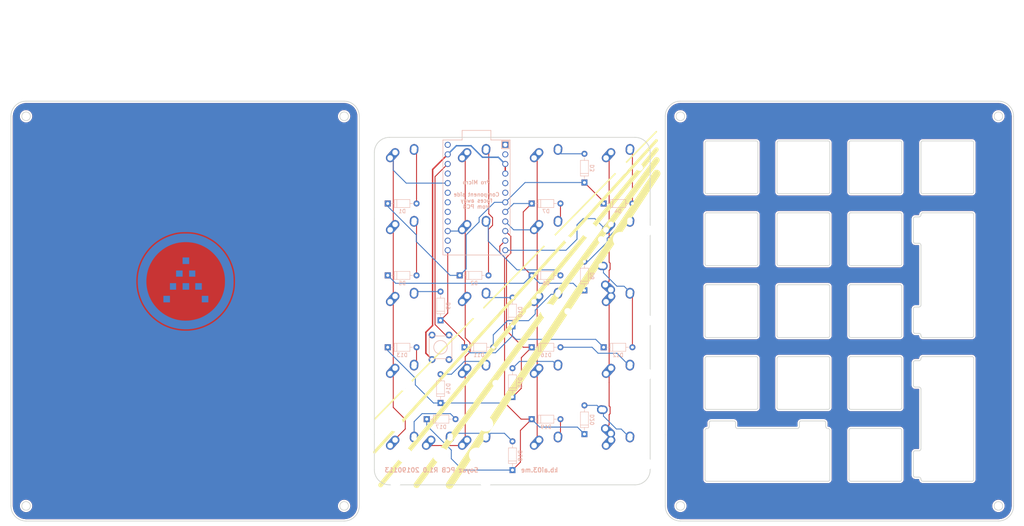
<source format=kicad_pcb>
(kicad_pcb (version 20171130) (host pcbnew 5.1.10-5.1.10)
  (layers (0 F.Cu signal) (31 B.Cu signal) (34 B.Paste user) (35 F.Paste user) (36 B.SilkS user) (37 F.SilkS user) (38 B.Mask user) (39 F.Mask user) (44 Edge.Cuts user))
  (net 0 "")
  (net 1 "Net-(D1-Pad2)")
  (net 2 "Net-(D2-Pad2)")
  (net 3 "Net-(D3-Pad2)")
  (net 4 "Net-(D4-Pad2)")
  (net 5 "Net-(D5-Pad2)")
  (net 6 "Net-(D6-Pad2)")
  (net 7 "Net-(D7-Pad2)")
  (net 8 "Net-(D8-Pad2)")
  (net 9 "Net-(D9-Pad2)")
  (net 10 "Net-(D10-Pad2)")
  (net 11 "Net-(D11-Pad2)")
  (net 12 "Net-(D12-Pad2)")
  (net 13 "Net-(D13-Pad2)")
  (net 14 "Net-(D14-Pad2)")
  (net 15 "Net-(D15-Pad2)")
  (net 16 "Net-(D16-Pad2)")
  (net 17 "Net-(D17-Pad2)")
  (net 18 "Net-(D18-Pad2)")
  (net 19 "Net-(D19-Pad2)")
  (net 20 "Net-(D20-Pad2)")
  (net 21 "Net-(U1-Pad1)")
  (net 22 "Net-(U1-Pad2)")
  (net 23 "Net-(U1-Pad5)")
  (net 24 "Net-(U1-Pad6)")
  (net 25 "Net-(U1-Pad14)")
  (net 26 "Net-(U1-Pad16)")
  (net 27 "Net-(U1-Pad17)")
  (net 28 "Net-(U1-Pad18)")
  (net 29 "Net-(U1-Pad19)")
  (net 30 "Net-(U1-Pad21)")
  (net 31 "Net-(U1-Pad24)")
  (net 32 "Net-(SW1-Pad1)")
  (net 33 GND)
  (net 34 ROW0)
  (net 35 ROW1)
  (net 36 ROW2)
  (net 37 ROW3)
  (net 38 ROW4)
  (net 39 COL0)
  (net 40 COL1)
  (net 41 COL2)
  (net 42 COL3)
  (net 43 GNDA)
  (net 44 Earth)
  (module locallib:outline (layer F.Cu) (at 200.914 133.35)
    (fp_text reference O1)
    (fp_text value Outline)
    (fp_line (start -10.525 -87.225) (end -10.525 -100.225) (layer Edge.Cuts) (width 0.2))
    (fp_line (start -81.675 -100.225) (end -81.675 -87.225) (layer Edge.Cuts) (width 0.2))
    (fp_line (start -30.075 -43.575) (end -43.075 -43.575) (layer Edge.Cuts) (width 0.2))
    (fp_line (start -24.025 -86.725) (end -11.025 -86.725) (layer Edge.Cuts) (width 0.2))
    (fp_line (start -29.575 -49.125) (end -29.575 -62.125) (layer Edge.Cuts) (width 0.2))
    (fp_line (start -43.075 -48.625) (end -30.075 -48.625) (layer Edge.Cuts) (width 0.2))
    (fp_line (start -49.125 -81.675) (end -62.125 -81.675) (layer Edge.Cuts) (width 0.2))
    (fp_line (start -81.175 -86.725) (end -68.175 -86.725) (layer Edge.Cuts) (width 0.2))
    (fp_line (start -48.625 -68.175) (end -48.625 -81.175) (layer Edge.Cuts) (width 0.2))
    (fp_line (start -62.125 -67.675) (end -49.125 -67.675) (layer Edge.Cuts) (width 0.2))
    (fp_line (start -62.625 -81.175) (end -62.625 -68.175) (layer Edge.Cuts) (width 0.2))
    (fp_line (start -43.575 -62.125) (end -43.575 -49.125) (layer Edge.Cuts) (width 0.2))
    (fp_line (start -24.525 -100.225) (end -24.525 -87.225) (layer Edge.Cuts) (width 0.2))
    (fp_line (start -43.075 -67.675) (end -30.075 -67.675) (layer Edge.Cuts) (width 0.2))
    (fp_line (start -68.175 -100.725) (end -81.175 -100.725) (layer Edge.Cuts) (width 0.2))
    (fp_line (start -30.075 -24.525) (end -43.075 -24.525) (layer Edge.Cuts) (width 0.2))
    (fp_line (start -29.575 -30.075) (end -29.575 -43.075) (layer Edge.Cuts) (width 0.2))
    (fp_line (start -29.575 -68.175) (end -29.575 -81.175) (layer Edge.Cuts) (width 0.2))
    (fp_line (start -11.025 -100.725) (end -24.025 -100.725) (layer Edge.Cuts) (width 0.2))
    (fp_line (start -30.075 -62.625) (end -43.075 -62.625) (layer Edge.Cuts) (width 0.2))
    (fp_line (start -43.075 -29.575) (end -30.075 -29.575) (layer Edge.Cuts) (width 0.2))
    (fp_line (start -67.675 -87.225) (end -67.675 -100.225) (layer Edge.Cuts) (width 0.2))
    (fp_line (start -43.575 -43.075) (end -43.575 -30.075) (layer Edge.Cuts) (width 0.2))
    (fp_line (start -62.625 -62.125) (end -62.625 -49.125) (layer Edge.Cuts) (width 0.2))
    (fp_line (start -62.125 -48.625) (end -49.125 -48.625) (layer Edge.Cuts) (width 0.2))
    (fp_line (start -49.125 -62.625) (end -62.125 -62.625) (layer Edge.Cuts) (width 0.2))
    (fp_line (start -48.625 -87.225) (end -48.625 -100.225) (layer Edge.Cuts) (width 0.2))
    (fp_line (start -67.675 -49.125) (end -67.675 -62.125) (layer Edge.Cuts) (width 0.2))
    (fp_line (start -81.175 -81.675) (end -68.175 -81.675) (layer Edge.Cuts) (width 0.2))
    (fp_line (start -67.675 -81.175) (end -67.675 -68.175) (layer Edge.Cuts) (width 0.2))
    (fp_line (start -62.125 -86.725) (end -49.125 -86.725) (layer Edge.Cuts) (width 0.2))
    (fp_line (start -43.075 -10.525) (end -30.075 -10.525) (layer Edge.Cuts) (width 0.2))
    (fp_line (start -62.625 -100.225) (end -62.625 -87.225) (layer Edge.Cuts) (width 0.2))
    (fp_line (start -68.175 -62.625) (end -81.175 -62.625) (layer Edge.Cuts) (width 0.2))
    (fp_line (start -68.175 -67.675) (end -81.175 -67.675) (layer Edge.Cuts) (width 0.2))
    (fp_line (start -81.675 -68.175) (end -81.675 -81.175) (layer Edge.Cuts) (width 0.2))
    (fp_line (start -29.575 -11.025) (end -29.575 -24.025) (layer Edge.Cuts) (width 0.2))
    (fp_line (start -43.575 -24.025) (end -43.575 -11.025) (layer Edge.Cuts) (width 0.2))
    (fp_line (start -81.175 -48.625) (end -68.175 -48.625) (layer Edge.Cuts) (width 0.2))
    (fp_line (start -48.625 -49.125) (end -48.625 -62.125) (layer Edge.Cuts) (width 0.2))
    (fp_line (start -81.675 -62.125) (end -81.675 -49.125) (layer Edge.Cuts) (width 0.2))
    (fp_line (start -49.125 -100.725) (end -62.125 -100.725) (layer Edge.Cuts) (width 0.2))
    (fp_line (start -24.525 -11.112) (end -24.525 -11.025) (layer Edge.Cuts) (width 0.2))
    (fp_line (start -24.525 -43.075) (end -24.525 -42.988) (layer Edge.Cuts) (width 0.2))
    (fp_line (start -10.525 -11.025) (end -10.525 -43.075) (layer Edge.Cuts) (width 0.2))
    (fp_line (start -11.025 -43.575) (end -24.025 -43.575) (layer Edge.Cuts) (width 0.2))
    (fp_line (start -24.025 -10.525) (end -11.025 -10.525) (layer Edge.Cuts) (width 0.2))
    (fp_line (start -26.525 -80.088) (end -26.525 -74.088) (layer Edge.Cuts) (width 0.2))
    (fp_line (start -25.025 -80.588) (end -26.025 -80.588) (layer Edge.Cuts) (width 0.2))
    (fp_line (start -49.125 -24.525) (end -49.212 -24.525) (layer Edge.Cuts) (width 0.2))
    (fp_line (start -56.712 -26.025) (end -56.712 -25.025) (layer Edge.Cuts) (width 0.2))
    (fp_line (start -48.625 -11.025) (end -48.625 -24.025) (layer Edge.Cuts) (width 0.2))
    (fp_line (start -49.712 -25.025) (end -49.712 -26.025) (layer Edge.Cuts) (width 0.2))
    (fp_line (start -50.212 -26.525) (end -56.212 -26.525) (layer Edge.Cuts) (width 0.2))
    (fp_line (start -26.025 -73.588) (end -25.025 -73.588) (layer Edge.Cuts) (width 0.2))
    (fp_line (start -26.025 -49.712) (end -25.025 -49.712) (layer Edge.Cuts) (width 0.2))
    (fp_line (start -26.525 -56.212) (end -26.525 -50.212) (layer Edge.Cuts) (width 0.2))
    (fp_line (start -24.525 -73.088) (end -24.525 -57.212) (layer Edge.Cuts) (width 0.2))
    (fp_line (start -24.525 -49.212) (end -24.525 -49.125) (layer Edge.Cuts) (width 0.2))
    (fp_line (start -25.025 -56.712) (end -26.025 -56.712) (layer Edge.Cuts) (width 0.2))
    (fp_line (start -10.525 -49.125) (end -10.525 -81.175) (layer Edge.Cuts) (width 0.2))
    (fp_line (start -25.025 -42.488) (end -26.025 -42.488) (layer Edge.Cuts) (width 0.2))
    (fp_line (start -24.525 -81.175) (end -24.525 -81.088) (layer Edge.Cuts) (width 0.2))
    (fp_line (start -11.025 -81.675) (end -24.025 -81.675) (layer Edge.Cuts) (width 0.2))
    (fp_line (start -24.025 -48.625) (end -11.025 -48.625) (layer Edge.Cuts) (width 0.2))
    (fp_line (start -73.588 -25.025) (end -73.588 -26.025) (layer Edge.Cuts) (width 0.2))
    (fp_line (start -81.175 -10.525) (end -49.125 -10.525) (layer Edge.Cuts) (width 0.2))
    (fp_line (start -81.675 -24.025) (end -81.675 -11.025) (layer Edge.Cuts) (width 0.2))
    (fp_line (start -81.088 -24.525) (end -81.175 -24.525) (layer Edge.Cuts) (width 0.2))
    (fp_line (start -74.088 -26.525) (end -80.088 -26.525) (layer Edge.Cuts) (width 0.2))
    (fp_line (start -80.588 -26.025) (end -80.588 -25.025) (layer Edge.Cuts) (width 0.2))
    (fp_line (start -92.2 -4) (end -92.2 -22.875) (layer Edge.Cuts) (width 0.2))
    (fp_line (start -96.2 -97.6625) (end -96.2 -80.025) (layer Edge.Cuts) (width 0.2))
    (fp_line (start -100.2 -9.5875) (end -165.225 -9.5875) (layer Edge.Cuts) (width 0.2))
    (fp_line (start -57.212 -24.525) (end -73.088 -24.525) (layer Edge.Cuts) (width 0.2))
    (fp_line (start -96.2 -31.225) (end -96.2 -13.5875) (layer Edge.Cuts) (width 0.2))
    (fp_line (start 0 -107.25) (end 0 -4) (layer Edge.Cuts) (width 0.2))
    (fp_line (start -4 0) (end -88.2 0) (layer Edge.Cuts) (width 0.2))
    (fp_line (start -92.2 -80.025) (end -92.2 -107.25) (layer Edge.Cuts) (width 0.2))
    (fp_line (start -88.2 -111.25) (end -4 -111.25) (layer Edge.Cuts) (width 0.2))
    (fp_line (start -165.225 -101.6625) (end -100.2 -101.6625) (layer Edge.Cuts) (width 0.2))
    (fp_line (start -62.125 -29.575) (end -49.125 -29.575) (layer Edge.Cuts) (width 0.2))
    (fp_line (start -67.675 -30.075) (end -67.675 -43.075) (layer Edge.Cuts) (width 0.2))
    (fp_line (start -81.175 -29.575) (end -68.175 -29.575) (layer Edge.Cuts) (width 0.2))
    (fp_line (start -30.075 -86.725) (end -43.075 -86.725) (layer Edge.Cuts) (width 0.2))
    (fp_line (start -68.175 -43.575) (end -81.175 -43.575) (layer Edge.Cuts) (width 0.2))
    (fp_line (start -43.575 -87.225) (end -43.575 -100.225) (layer Edge.Cuts) (width 0.2))
    (fp_line (start -62.625 -43.075) (end -62.625 -30.075) (layer Edge.Cuts) (width 0.2))
    (fp_line (start -81.675 -43.075) (end -81.675 -30.075) (layer Edge.Cuts) (width 0.2))
    (fp_line (start -43.575 -81.175) (end -43.575 -68.175) (layer Edge.Cuts) (width 0.2))
    (fp_line (start -49.125 -43.575) (end -62.125 -43.575) (layer Edge.Cuts) (width 0.2))
    (fp_line (start -30.075 -81.675) (end -43.075 -81.675) (layer Edge.Cuts) (width 0.2))
    (fp_line (start -48.625 -30.075) (end -48.625 -43.075) (layer Edge.Cuts) (width 0.2))
    (fp_line (start -24.525 -34.988) (end -24.525 -19.112) (layer Edge.Cuts) (width 0.2))
    (fp_line (start -26.525 -41.988) (end -26.525 -35.988) (layer Edge.Cuts) (width 0.2))
    (fp_line (start -26.025 -11.612) (end -25.025 -11.612) (layer Edge.Cuts) (width 0.2))
    (fp_line (start -26.525 -18.112) (end -26.525 -12.112) (layer Edge.Cuts) (width 0.2))
    (fp_line (start -25.025 -18.612) (end -26.025 -18.612) (layer Edge.Cuts) (width 0.2))
    (fp_line (start -26.025 -35.488) (end -25.025 -35.488) (layer Edge.Cuts) (width 0.2))
    (fp_line (start -169.225 -13.5875) (end -169.225 -22.875) (layer Edge.Cuts) (width 0.2))
    (fp_line (start -96.2 -80.025) (end -96.2 -31.225) (layer Edge.Cuts) (width 0.2))
    (fp_line (start -173.225 -107.25) (end -173.225 -80.025) (layer Edge.Cuts) (width 0.2))
    (fp_line (start -261.425 -111.25) (end -177.225 -111.25) (layer Edge.Cuts) (width 0.2))
    (fp_line (start -173.225 -31.225) (end -173.225 -4) (layer Edge.Cuts) (width 0.2))
    (fp_line (start -265.425 -4) (end -265.425 -107.25) (layer Edge.Cuts) (width 0.2))
    (fp_line (start -177.225 0) (end -261.425 0) (layer Edge.Cuts) (width 0.2))
    (fp_line (start -169.225 -80.025) (end -169.225 -97.6625) (layer Edge.Cuts) (width 0.2))
    (fp_line (start -92.2 -22.875) (end -92.2 -80.025) (layer Edge.Cuts) (width 0.2))
    (fp_line (start -43.075 -100.725) (end -30.075 -100.725) (layer Edge.Cuts) (width 0.2))
    (fp_line (start -169.225 -22.875) (end -169.225 -80.025) (layer Edge.Cuts) (width 0.2))
    (fp_circle (center -4 -4) (end -2.85 -4) (layer Edge.Cuts) (width 0.2))
    (fp_circle (center -88.2 -107.25) (end -87.05 -107.25) (layer Edge.Cuts) (width 0.2))
    (fp_circle (center -177.225 -4) (end -176.075 -4) (layer Edge.Cuts) (width 0.2))
    (fp_circle (center -261.425 -107.25) (end -260.275 -107.25) (layer Edge.Cuts) (width 0.2))
    (fp_line (start -173.225 -80.025) (end -173.225 -31.225) (layer Edge.Cuts) (width 0.2))
    (fp_circle (center -177.225 -107.25) (end -176.075 -107.25) (layer Edge.Cuts) (width 0.2))
    (fp_circle (center -88.2 -4) (end -87.05 -4) (layer Edge.Cuts) (width 0.2))
    (fp_circle (center -4 -107.25) (end -2.85 -107.25) (layer Edge.Cuts) (width 0.2))
    (fp_circle (center -261.425 -4) (end -260.275 -4) (layer Edge.Cuts) (width 0.2))
    (fp_line (start -29.575 -100.225) (end -29.575 -87.225) (layer Edge.Cuts) (width 0.2))
    (fp_arc (start -30.075 -81.175) (end -29.575 -81.175) (angle -90) (layer Edge.Cuts) (width 0.2))
    (fp_arc (start -43.075 -43.075) (end -43.075 -43.575) (angle -90) (layer Edge.Cuts) (width 0.2))
    (fp_arc (start -81.175 -100.225) (end -81.175 -100.725) (angle -90) (layer Edge.Cuts) (width 0.2))
    (fp_arc (start -11.025 -87.225) (end -11.025 -86.725) (angle -90) (layer Edge.Cuts) (width 0.2))
    (fp_arc (start -43.075 -68.175) (end -43.575 -68.175) (angle -90) (layer Edge.Cuts) (width 0.2))
    (fp_arc (start -24.025 -87.225) (end -24.525 -87.225) (angle -90) (layer Edge.Cuts) (width 0.2))
    (fp_arc (start -49.125 -68.175) (end -49.125 -67.675) (angle -90) (layer Edge.Cuts) (width 0.2))
    (fp_arc (start -24.025 -100.225) (end -24.025 -100.725) (angle -90) (layer Edge.Cuts) (width 0.2))
    (fp_arc (start -30.075 -49.125) (end -30.075 -48.625) (angle -90) (layer Edge.Cuts) (width 0.2))
    (fp_arc (start -43.075 -62.125) (end -43.075 -62.625) (angle -90) (layer Edge.Cuts) (width 0.2))
    (fp_arc (start -30.075 -62.125) (end -29.575 -62.125) (angle -90) (layer Edge.Cuts) (width 0.2))
    (fp_arc (start -11.025 -100.225) (end -10.525 -100.225) (angle -90) (layer Edge.Cuts) (width 0.2))
    (fp_arc (start -62.125 -81.175) (end -62.125 -81.675) (angle -90) (layer Edge.Cuts) (width 0.2))
    (fp_arc (start -30.075 -43.075) (end -29.575 -43.075) (angle -90) (layer Edge.Cuts) (width 0.2))
    (fp_arc (start -68.175 -100.225) (end -67.675 -100.225) (angle -90) (layer Edge.Cuts) (width 0.2))
    (fp_arc (start -68.175 -87.225) (end -68.175 -86.725) (angle -90) (layer Edge.Cuts) (width 0.2))
    (fp_arc (start -49.125 -81.175) (end -48.625 -81.175) (angle -90) (layer Edge.Cuts) (width 0.2))
    (fp_arc (start -30.075 -30.075) (end -30.075 -29.575) (angle -90) (layer Edge.Cuts) (width 0.2))
    (fp_arc (start -62.125 -68.175) (end -62.625 -68.175) (angle -90) (layer Edge.Cuts) (width 0.2))
    (fp_arc (start -30.075 -68.175) (end -30.075 -67.675) (angle -90) (layer Edge.Cuts) (width 0.2))
    (fp_arc (start -81.175 -87.225) (end -81.675 -87.225) (angle -90) (layer Edge.Cuts) (width 0.2))
    (fp_arc (start -43.075 -49.125) (end -43.575 -49.125) (angle -90) (layer Edge.Cuts) (width 0.2))
    (fp_arc (start -43.075 -30.075) (end -43.575 -30.075) (angle -90) (layer Edge.Cuts) (width 0.2))
    (fp_arc (start -62.125 -87.225) (end -62.625 -87.225) (angle -90) (layer Edge.Cuts) (width 0.2))
    (fp_arc (start -81.175 -62.125) (end -81.175 -62.625) (angle -90) (layer Edge.Cuts) (width 0.2))
    (fp_arc (start -49.125 -62.125) (end -48.625 -62.125) (angle -90) (layer Edge.Cuts) (width 0.2))
    (fp_arc (start -49.125 -49.125) (end -49.125 -48.625) (angle -90) (layer Edge.Cuts) (width 0.2))
    (fp_arc (start -30.075 -24.025) (end -29.575 -24.025) (angle -90) (layer Edge.Cuts) (width 0.2))
    (fp_arc (start -62.125 -100.225) (end -62.125 -100.725) (angle -90) (layer Edge.Cuts) (width 0.2))
    (fp_arc (start -68.175 -68.175) (end -68.175 -67.675) (angle -90) (layer Edge.Cuts) (width 0.2))
    (fp_arc (start -30.075 -11.025) (end -30.075 -10.525) (angle -90) (layer Edge.Cuts) (width 0.2))
    (fp_arc (start -49.125 -87.225) (end -49.125 -86.725) (angle -90) (layer Edge.Cuts) (width 0.2))
    (fp_arc (start -68.175 -81.175) (end -67.675 -81.175) (angle -90) (layer Edge.Cuts) (width 0.2))
    (fp_arc (start -81.175 -68.175) (end -81.675 -68.175) (angle -90) (layer Edge.Cuts) (width 0.2))
    (fp_arc (start -43.075 -24.025) (end -43.075 -24.525) (angle -90) (layer Edge.Cuts) (width 0.2))
    (fp_arc (start -68.175 -62.125) (end -67.675 -62.125) (angle -90) (layer Edge.Cuts) (width 0.2))
    (fp_arc (start -62.125 -49.125) (end -62.625 -49.125) (angle -90) (layer Edge.Cuts) (width 0.2))
    (fp_arc (start -49.125 -100.225) (end -48.625 -100.225) (angle -90) (layer Edge.Cuts) (width 0.2))
    (fp_arc (start -81.175 -49.125) (end -81.675 -49.125) (angle -90) (layer Edge.Cuts) (width 0.2))
    (fp_arc (start -68.175 -49.125) (end -68.175 -48.625) (angle -90) (layer Edge.Cuts) (width 0.2))
    (fp_arc (start -81.175 -81.175) (end -81.175 -81.675) (angle -90) (layer Edge.Cuts) (width 0.2))
    (fp_arc (start -43.075 -11.025) (end -43.575 -11.025) (angle -90) (layer Edge.Cuts) (width 0.2))
    (fp_arc (start -62.125 -62.125) (end -62.125 -62.625) (angle -90) (layer Edge.Cuts) (width 0.2))
    (fp_arc (start -11.025 -43.075) (end -10.525 -43.075) (angle -90) (layer Edge.Cuts) (width 0.2))
    (fp_arc (start -11.025 -11.025) (end -11.025 -10.525) (angle -90) (layer Edge.Cuts) (width 0.2))
    (fp_arc (start -73.088 -25.025) (end -73.588 -25.025) (angle -90) (layer Edge.Cuts) (width 0.2))
    (fp_arc (start -25.025 -11.112) (end -24.525 -11.112) (angle -90) (layer Edge.Cuts) (width 0.2))
    (fp_arc (start -24.025 -11.025) (end -24.525 -11.025) (angle -90) (layer Edge.Cuts) (width 0.2))
    (fp_arc (start -24.025 -43.075) (end -24.025 -43.575) (angle -90) (layer Edge.Cuts) (width 0.2))
    (fp_arc (start -25.025 -81.088) (end -25.025 -80.588) (angle -90) (layer Edge.Cuts) (width 0.2))
    (fp_arc (start -26.025 -74.088) (end -26.525 -74.088) (angle -90) (layer Edge.Cuts) (width 0.2))
    (fp_arc (start -26.025 -80.088) (end -26.025 -80.588) (angle -90) (layer Edge.Cuts) (width 0.2))
    (fp_arc (start -50.212 -26.025) (end -49.712 -26.025) (angle -90) (layer Edge.Cuts) (width 0.2))
    (fp_arc (start -57.212 -25.025) (end -57.212 -24.525) (angle -90) (layer Edge.Cuts) (width 0.2))
    (fp_arc (start -49.212 -25.025) (end -49.712 -25.025) (angle -90) (layer Edge.Cuts) (width 0.2))
    (fp_arc (start -56.212 -26.025) (end -56.212 -26.525) (angle -90) (layer Edge.Cuts) (width 0.2))
    (fp_arc (start -49.125 -24.025) (end -48.625 -24.025) (angle -90) (layer Edge.Cuts) (width 0.2))
    (fp_arc (start -49.125 -11.025) (end -49.125 -10.525) (angle -90) (layer Edge.Cuts) (width 0.2))
    (fp_arc (start -26.025 -50.212) (end -26.525 -50.212) (angle -90) (layer Edge.Cuts) (width 0.2))
    (fp_arc (start -25.025 -57.212) (end -25.025 -56.712) (angle -90) (layer Edge.Cuts) (width 0.2))
    (fp_arc (start -25.025 -49.212) (end -24.525 -49.212) (angle -90) (layer Edge.Cuts) (width 0.2))
    (fp_arc (start -26.025 -56.212) (end -26.025 -56.712) (angle -90) (layer Edge.Cuts) (width 0.2))
    (fp_arc (start -25.025 -73.088) (end -24.525 -73.088) (angle -90) (layer Edge.Cuts) (width 0.2))
    (fp_arc (start -24.025 -49.125) (end -24.525 -49.125) (angle -90) (layer Edge.Cuts) (width 0.2))
    (fp_arc (start -11.025 -49.125) (end -11.025 -48.625) (angle -90) (layer Edge.Cuts) (width 0.2))
    (fp_arc (start -24.025 -81.175) (end -24.025 -81.675) (angle -90) (layer Edge.Cuts) (width 0.2))
    (fp_arc (start -26.025 -41.988) (end -26.025 -42.488) (angle -90) (layer Edge.Cuts) (width 0.2))
    (fp_arc (start -25.025 -42.988) (end -25.025 -42.488) (angle -90) (layer Edge.Cuts) (width 0.2))
    (fp_arc (start -11.025 -81.175) (end -10.525 -81.175) (angle -90) (layer Edge.Cuts) (width 0.2))
    (fp_arc (start -74.088 -26.025) (end -73.588 -26.025) (angle -90) (layer Edge.Cuts) (width 0.2))
    (fp_arc (start -80.088 -26.025) (end -80.088 -26.525) (angle -90) (layer Edge.Cuts) (width 0.2))
    (fp_arc (start -81.175 -24.025) (end -81.175 -24.525) (angle -90) (layer Edge.Cuts) (width 0.2))
    (fp_arc (start -81.175 -11.025) (end -81.675 -11.025) (angle -90) (layer Edge.Cuts) (width 0.2))
    (fp_arc (start -81.088 -25.025) (end -81.088 -24.525) (angle -90) (layer Edge.Cuts) (width 0.2))
    (fp_arc (start -100.2 -97.6625) (end -96.2 -97.6625) (angle -90) (layer Edge.Cuts) (width 0.2))
    (fp_arc (start -4 -107.25) (end 0 -107.25) (angle -90) (layer Edge.Cuts) (width 0.2))
    (fp_arc (start -88.2 -4) (end -92.2 -4) (angle -90) (layer Edge.Cuts) (width 0.2))
    (fp_arc (start -88.2 -107.25) (end -88.2 -111.25) (angle -90) (layer Edge.Cuts) (width 0.2))
    (fp_arc (start -100.2 -13.5875) (end -100.2 -9.5875) (angle -90) (layer Edge.Cuts) (width 0.2))
    (fp_arc (start -4 -4) (end -4 0) (angle -90) (layer Edge.Cuts) (width 0.2))
    (fp_arc (start -165.225 -97.6625) (end -165.225 -101.6625) (angle -90) (layer Edge.Cuts) (width 0.2))
    (fp_arc (start -62.125 -30.075) (end -62.625 -30.075) (angle -90) (layer Edge.Cuts) (width 0.2))
    (fp_arc (start -43.075 -87.225) (end -43.575 -87.225) (angle -90) (layer Edge.Cuts) (width 0.2))
    (fp_arc (start -49.125 -30.075) (end -49.125 -29.575) (angle -90) (layer Edge.Cuts) (width 0.2))
    (fp_arc (start -68.175 -30.075) (end -68.175 -29.575) (angle -90) (layer Edge.Cuts) (width 0.2))
    (fp_arc (start -30.075 -87.225) (end -30.075 -86.725) (angle -90) (layer Edge.Cuts) (width 0.2))
    (fp_arc (start -68.175 -43.075) (end -67.675 -43.075) (angle -90) (layer Edge.Cuts) (width 0.2))
    (fp_arc (start -81.175 -43.075) (end -81.175 -43.575) (angle -90) (layer Edge.Cuts) (width 0.2))
    (fp_arc (start -62.125 -43.075) (end -62.125 -43.575) (angle -90) (layer Edge.Cuts) (width 0.2))
    (fp_arc (start -43.075 -81.175) (end -43.075 -81.675) (angle -90) (layer Edge.Cuts) (width 0.2))
    (fp_arc (start -49.125 -43.075) (end -48.625 -43.075) (angle -90) (layer Edge.Cuts) (width 0.2))
    (fp_arc (start -81.175 -30.075) (end -81.675 -30.075) (angle -90) (layer Edge.Cuts) (width 0.2))
    (fp_arc (start -25.025 -34.988) (end -24.525 -34.988) (angle -90) (layer Edge.Cuts) (width 0.2))
    (fp_arc (start -26.025 -12.112) (end -26.525 -12.112) (angle -90) (layer Edge.Cuts) (width 0.2))
    (fp_arc (start -26.025 -18.112) (end -26.025 -18.612) (angle -90) (layer Edge.Cuts) (width 0.2))
    (fp_arc (start -25.025 -19.112) (end -25.025 -18.612) (angle -90) (layer Edge.Cuts) (width 0.2))
    (fp_arc (start -26.025 -35.988) (end -26.525 -35.988) (angle -90) (layer Edge.Cuts) (width 0.2))
    (fp_arc (start -165.225 -13.5875) (end -169.225 -13.5875) (angle -90) (layer Edge.Cuts) (width 0.2))
    (fp_arc (start -177.225 -4) (end -177.225 0) (angle -90) (layer Edge.Cuts) (width 0.2))
    (fp_arc (start -261.425 -4) (end -265.425 -4) (angle -90) (layer Edge.Cuts) (width 0.2))
    (fp_arc (start -177.225 -107.25) (end -173.225 -107.25) (angle -90) (layer Edge.Cuts) (width 0.2))
    (fp_arc (start -261.425 -107.25) (end -261.425 -111.25) (angle -90) (layer Edge.Cuts) (width 0.2))
    (fp_arc (start -30.075 -100.225) (end -29.575 -100.225) (angle -90) (layer Edge.Cuts) (width 0.2))
    (fp_arc (start -43.075 -100.225) (end -43.075 -100.725) (angle -90) (layer Edge.Cuts) (width 0.2))
    (pad 2 smd circle (at -176.53 -54.102) (size 1.524 1.524) (layers F.Cu) (net 43 GNDA))
    (pad 2 smd circle (at -176.53 -54.102) (size 1.524 1.524) (layers B.Cu) (net 43 GNDA))
    (pad 1 smd circle (at -17.78 -45.72) (size 1.524 1.524) (layers F.Cu) (net 44 Earth))
    (pad 1 smd circle (at -17.78 -45.72) (size 1.524 1.524) (layers B.Cu) (net 44 Earth))
  )
  (module promicro:ProMicro-EnforcedTop (layer B.Cu) (at 58.7375 47.625 270)
    (fp_text reference U1 hide)
    (fp_text value ProMicro)
    (pad 24 thru_hole circle (at -13.97 7.62 270) (size 1.6 1.6) (drill 1.1) (layers *.Cu F.Mask) (net 31 "Net-(U1-Pad24)"))
    (pad 23 thru_hole circle (at -11.43 7.62 270) (size 1.6 1.6) (drill 1.1) (layers *.Cu F.Mask) (net 33 GND))
    (pad 22 thru_hole circle (at -8.89 7.62 270) (size 1.6 1.6) (drill 1.1) (layers *.Cu F.Mask) (net 32 "Net-(SW1-Pad1)"))
    (pad 21 thru_hole circle (at -6.35 7.62 270) (size 1.6 1.6) (drill 1.1) (layers *.Cu F.Mask) (net 30 "Net-(U1-Pad21)"))
    (pad 20 thru_hole circle (at -3.81 7.62 270) (size 1.6 1.6) (drill 1.1) (layers *.Cu F.Mask) (net 39 COL0))
    (pad 19 thru_hole circle (at -1.27 7.62 270) (size 1.6 1.6) (drill 1.1) (layers *.Cu F.Mask) (net 29 "Net-(U1-Pad19)"))
    (pad 18 thru_hole circle (at 1.27 7.62 270) (size 1.6 1.6) (drill 1.1) (layers *.Cu F.Mask) (net 28 "Net-(U1-Pad18)"))
    (pad 17 thru_hole circle (at 3.81 7.62 270) (size 1.6 1.6) (drill 1.1) (layers *.Cu F.Mask) (net 27 "Net-(U1-Pad17)"))
    (pad 16 thru_hole circle (at 6.35 7.62 270) (size 1.6 1.6) (drill 1.1) (layers *.Cu F.Mask) (net 26 "Net-(U1-Pad16)"))
    (pad 15 thru_hole circle (at 8.89 7.62 270) (size 1.6 1.6) (drill 1.1) (layers *.Cu F.Mask) (net 40 COL1))
    (pad 14 thru_hole circle (at 11.43 7.62 270) (size 1.6 1.6) (drill 1.1) (layers *.Cu F.Mask) (net 25 "Net-(U1-Pad14)"))
    (pad 13 thru_hole circle (at 13.97 7.62 270) (size 1.6 1.6) (drill 1.1) (layers *.Cu F.Mask) (net 36 ROW2))
    (pad 12 thru_hole circle (at 13.97 -7.62 270) (size 1.6 1.6) (drill 1.1) (layers *.Cu F.Mask) (net 42 COL3))
    (pad 11 thru_hole circle (at 11.43 -7.62 270) (size 1.6 1.6) (drill 1.1) (layers *.Cu F.Mask) (net 38 ROW4))
    (pad 10 thru_hole circle (at 8.89 -7.62 270) (size 1.6 1.6) (drill 1.1) (layers *.Cu F.Mask) (net 37 ROW3))
    (pad 9 thru_hole circle (at 6.35 -7.62 270) (size 1.6 1.6) (drill 1.1) (layers *.Cu F.Mask) (net 41 COL2))
    (pad 8 thru_hole circle (at 3.81 -7.62 270) (size 1.6 1.6) (drill 1.1) (layers *.Cu F.Mask) (net 35 ROW1))
    (pad 7 thru_hole circle (at 1.27 -7.62 270) (size 1.6 1.6) (drill 1.1) (layers *.Cu F.Mask) (net 34 ROW0))
    (pad 6 thru_hole circle (at -1.27 -7.62 270) (size 1.6 1.6) (drill 1.1) (layers *.Cu F.Mask) (net 24 "Net-(U1-Pad6)"))
    (pad 5 thru_hole circle (at -3.81 -7.62 270) (size 1.6 1.6) (drill 1.1) (layers *.Cu F.Mask) (net 23 "Net-(U1-Pad5)"))
    (pad 4 thru_hole circle (at -6.35 -7.62 270) (size 1.6 1.6) (drill 1.1) (layers *.Cu F.Mask) (net 33 GND))
    (pad 3 thru_hole circle (at -8.89 -7.62 270) (size 1.6 1.6) (drill 1.1) (layers *.Cu F.Mask) (net 33 GND))
    (pad 2 thru_hole circle (at -11.43 -7.62 270) (size 1.6 1.6) (drill 1.1) (layers *.Cu F.Mask) (net 22 "Net-(U1-Pad2)"))
    (pad 1 thru_hole rect (at -13.97 -7.62 270) (size 1.6 1.6) (drill 1.1) (layers *.Cu F.Mask) (net 21 "Net-(U1-Pad1)"))
  )
  (module MX_Alps_Hybrid:MX-1U-NoLED (layer F.Cu) (at 39.6875 39.6875)
    (fp_text reference MX1)
    (fp_text value MX-1U)
    (pad "" np_thru_hole circle (at 5.08 0 48.0996) (size 1.75 1.75) (drill 1.75) (layers *.Cu *.Mask))
    (pad "" np_thru_hole circle (at -5.08 0 48.0996) (size 1.75 1.75) (drill 1.75) (layers *.Cu *.Mask))
    (pad 1 thru_hole circle (at -2.5 -4) (size 2.25 2.25) (drill 1.47) (layers *.Cu B.Mask) (net 39 COL0))
    (pad "" np_thru_hole circle (at 0 0) (size 3.9878 3.9878) (drill 3.9878) (layers *.Cu *.Mask))
    (pad 1 thru_hole oval (at -3.81 -2.54 48.0996) (size 4.211556 2.25) (drill 1.47 (offset 0.980778 0)) (layers *.Cu B.Mask) (net 39 COL0))
    (pad 2 thru_hole circle (at 2.54 -5.08) (size 2.25 2.25) (drill 1.47) (layers *.Cu B.Mask) (net 1 "Net-(D1-Pad2)"))
    (pad 2 thru_hole oval (at 2.5 -4.5 86.0548) (size 2.831378 2.25) (drill 1.47 (offset 0.290689 0)) (layers *.Cu B.Mask) (net 1 "Net-(D1-Pad2)"))
  )
  (module MX_Alps_Hybrid:MX-1U-NoLED (layer F.Cu) (at 58.7375 39.6875)
    (fp_text reference MX2)
    (fp_text value MX-1U)
    (pad "" np_thru_hole circle (at 5.08 0 48.0996) (size 1.75 1.75) (drill 1.75) (layers *.Cu *.Mask))
    (pad "" np_thru_hole circle (at -5.08 0 48.0996) (size 1.75 1.75) (drill 1.75) (layers *.Cu *.Mask))
    (pad 1 thru_hole circle (at -2.5 -4) (size 2.25 2.25) (drill 1.47) (layers *.Cu B.Mask) (net 40 COL1))
    (pad "" np_thru_hole circle (at 0 0) (size 3.9878 3.9878) (drill 3.9878) (layers *.Cu *.Mask))
    (pad 1 thru_hole oval (at -3.81 -2.54 48.0996) (size 4.211556 2.25) (drill 1.47 (offset 0.980778 0)) (layers *.Cu B.Mask) (net 40 COL1))
    (pad 2 thru_hole circle (at 2.54 -5.08) (size 2.25 2.25) (drill 1.47) (layers *.Cu B.Mask) (net 2 "Net-(D2-Pad2)"))
    (pad 2 thru_hole oval (at 2.5 -4.5 86.0548) (size 2.831378 2.25) (drill 1.47 (offset 0.290689 0)) (layers *.Cu B.Mask) (net 2 "Net-(D2-Pad2)"))
  )
  (module MX_Alps_Hybrid:MX-1U-NoLED (layer F.Cu) (at 77.7875 39.6875)
    (fp_text reference MX3)
    (fp_text value MX-1U)
    (pad "" np_thru_hole circle (at 5.08 0 48.0996) (size 1.75 1.75) (drill 1.75) (layers *.Cu *.Mask))
    (pad "" np_thru_hole circle (at -5.08 0 48.0996) (size 1.75 1.75) (drill 1.75) (layers *.Cu *.Mask))
    (pad 1 thru_hole circle (at -2.5 -4) (size 2.25 2.25) (drill 1.47) (layers *.Cu B.Mask) (net 41 COL2))
    (pad "" np_thru_hole circle (at 0 0) (size 3.9878 3.9878) (drill 3.9878) (layers *.Cu *.Mask))
    (pad 1 thru_hole oval (at -3.81 -2.54 48.0996) (size 4.211556 2.25) (drill 1.47 (offset 0.980778 0)) (layers *.Cu B.Mask) (net 41 COL2))
    (pad 2 thru_hole circle (at 2.54 -5.08) (size 2.25 2.25) (drill 1.47) (layers *.Cu B.Mask) (net 3 "Net-(D3-Pad2)"))
    (pad 2 thru_hole oval (at 2.5 -4.5 86.0548) (size 2.831378 2.25) (drill 1.47 (offset 0.290689 0)) (layers *.Cu B.Mask) (net 3 "Net-(D3-Pad2)"))
  )
  (module MX_Alps_Hybrid:MX-1U-NoLED (layer F.Cu) (at 96.8375 39.6875)
    (fp_text reference MX4)
    (fp_text value MX-1U)
    (pad "" np_thru_hole circle (at 5.08 0 48.0996) (size 1.75 1.75) (drill 1.75) (layers *.Cu *.Mask))
    (pad "" np_thru_hole circle (at -5.08 0 48.0996) (size 1.75 1.75) (drill 1.75) (layers *.Cu *.Mask))
    (pad 1 thru_hole circle (at -2.5 -4) (size 2.25 2.25) (drill 1.47) (layers *.Cu B.Mask) (net 42 COL3))
    (pad "" np_thru_hole circle (at 0 0) (size 3.9878 3.9878) (drill 3.9878) (layers *.Cu *.Mask))
    (pad 1 thru_hole oval (at -3.81 -2.54 48.0996) (size 4.211556 2.25) (drill 1.47 (offset 0.980778 0)) (layers *.Cu B.Mask) (net 42 COL3))
    (pad 2 thru_hole circle (at 2.54 -5.08) (size 2.25 2.25) (drill 1.47) (layers *.Cu B.Mask) (net 4 "Net-(D4-Pad2)"))
    (pad 2 thru_hole oval (at 2.5 -4.5 86.0548) (size 2.831378 2.25) (drill 1.47 (offset 0.290689 0)) (layers *.Cu B.Mask) (net 4 "Net-(D4-Pad2)"))
  )
  (module MX_Alps_Hybrid:MX-1U-NoLED (layer F.Cu) (at 39.6875 58.7375)
    (fp_text reference MX5)
    (fp_text value MX-1U)
    (pad "" np_thru_hole circle (at 5.08 0 48.0996) (size 1.75 1.75) (drill 1.75) (layers *.Cu *.Mask))
    (pad "" np_thru_hole circle (at -5.08 0 48.0996) (size 1.75 1.75) (drill 1.75) (layers *.Cu *.Mask))
    (pad 1 thru_hole circle (at -2.5 -4) (size 2.25 2.25) (drill 1.47) (layers *.Cu B.Mask) (net 39 COL0))
    (pad "" np_thru_hole circle (at 0 0) (size 3.9878 3.9878) (drill 3.9878) (layers *.Cu *.Mask))
    (pad 1 thru_hole oval (at -3.81 -2.54 48.0996) (size 4.211556 2.25) (drill 1.47 (offset 0.980778 0)) (layers *.Cu B.Mask) (net 39 COL0))
    (pad 2 thru_hole circle (at 2.54 -5.08) (size 2.25 2.25) (drill 1.47) (layers *.Cu B.Mask) (net 5 "Net-(D5-Pad2)"))
    (pad 2 thru_hole oval (at 2.5 -4.5 86.0548) (size 2.831378 2.25) (drill 1.47 (offset 0.290689 0)) (layers *.Cu B.Mask) (net 5 "Net-(D5-Pad2)"))
  )
  (module MX_Alps_Hybrid:MX-1U-NoLED (layer F.Cu) (at 58.7375 58.7375)
    (fp_text reference MX6)
    (fp_text value MX-1U)
    (pad "" np_thru_hole circle (at 5.08 0 48.0996) (size 1.75 1.75) (drill 1.75) (layers *.Cu *.Mask))
    (pad "" np_thru_hole circle (at -5.08 0 48.0996) (size 1.75 1.75) (drill 1.75) (layers *.Cu *.Mask))
    (pad 1 thru_hole circle (at -2.5 -4) (size 2.25 2.25) (drill 1.47) (layers *.Cu B.Mask) (net 40 COL1))
    (pad "" np_thru_hole circle (at 0 0) (size 3.9878 3.9878) (drill 3.9878) (layers *.Cu *.Mask))
    (pad 1 thru_hole oval (at -3.81 -2.54 48.0996) (size 4.211556 2.25) (drill 1.47 (offset 0.980778 0)) (layers *.Cu B.Mask) (net 40 COL1))
    (pad 2 thru_hole circle (at 2.54 -5.08) (size 2.25 2.25) (drill 1.47) (layers *.Cu B.Mask) (net 6 "Net-(D6-Pad2)"))
    (pad 2 thru_hole oval (at 2.5 -4.5 86.0548) (size 2.831378 2.25) (drill 1.47 (offset 0.290689 0)) (layers *.Cu B.Mask) (net 6 "Net-(D6-Pad2)"))
  )
  (module MX_Alps_Hybrid:MX-1U-NoLED (layer F.Cu) (at 77.7875 58.7375)
    (fp_text reference MX7)
    (fp_text value MX-1U)
    (pad "" np_thru_hole circle (at 5.08 0 48.0996) (size 1.75 1.75) (drill 1.75) (layers *.Cu *.Mask))
    (pad "" np_thru_hole circle (at -5.08 0 48.0996) (size 1.75 1.75) (drill 1.75) (layers *.Cu *.Mask))
    (pad 1 thru_hole circle (at -2.5 -4) (size 2.25 2.25) (drill 1.47) (layers *.Cu B.Mask) (net 41 COL2))
    (pad "" np_thru_hole circle (at 0 0) (size 3.9878 3.9878) (drill 3.9878) (layers *.Cu *.Mask))
    (pad 1 thru_hole oval (at -3.81 -2.54 48.0996) (size 4.211556 2.25) (drill 1.47 (offset 0.980778 0)) (layers *.Cu B.Mask) (net 41 COL2))
    (pad 2 thru_hole circle (at 2.54 -5.08) (size 2.25 2.25) (drill 1.47) (layers *.Cu B.Mask) (net 7 "Net-(D7-Pad2)"))
    (pad 2 thru_hole oval (at 2.5 -4.5 86.0548) (size 2.831378 2.25) (drill 1.47 (offset 0.290689 0)) (layers *.Cu B.Mask) (net 7 "Net-(D7-Pad2)"))
  )
  (module MX_Alps_Hybrid:MX-1U-NoLED (layer F.Cu) (at 96.8375 58.7375)
    (fp_text reference MX8)
    (fp_text value MX-1U)
    (pad "" np_thru_hole circle (at 5.08 0 48.0996) (size 1.75 1.75) (drill 1.75) (layers *.Cu *.Mask))
    (pad "" np_thru_hole circle (at -5.08 0 48.0996) (size 1.75 1.75) (drill 1.75) (layers *.Cu *.Mask))
    (pad 1 thru_hole circle (at -2.5 -4) (size 2.25 2.25) (drill 1.47) (layers *.Cu B.Mask) (net 42 COL3))
    (pad "" np_thru_hole circle (at 0 0) (size 3.9878 3.9878) (drill 3.9878) (layers *.Cu *.Mask))
    (pad 1 thru_hole oval (at -3.81 -2.54 48.0996) (size 4.211556 2.25) (drill 1.47 (offset 0.980778 0)) (layers *.Cu B.Mask) (net 42 COL3))
    (pad 2 thru_hole circle (at 2.54 -5.08) (size 2.25 2.25) (drill 1.47) (layers *.Cu B.Mask) (net 8 "Net-(D8-Pad2)"))
    (pad 2 thru_hole oval (at 2.5 -4.5 86.0548) (size 2.831378 2.25) (drill 1.47 (offset 0.290689 0)) (layers *.Cu B.Mask) (net 8 "Net-(D8-Pad2)"))
  )
  (module MX_Alps_Hybrid:MX-2U-ReversedStabilizers-NoLED (layer F.Cu) (at 96.8375 68.2625 90)
    (fp_text reference MX9)
    (fp_text value MX-2U)
    (pad "" np_thru_hole circle (at 11.938 -8.255 90) (size 3.9878 3.9878) (drill 3.9878) (layers *.Cu *.Mask))
    (pad "" np_thru_hole circle (at -11.938 -8.255 90) (size 3.9878 3.9878) (drill 3.9878) (layers *.Cu *.Mask))
    (pad "" np_thru_hole circle (at 11.938 6.985 90) (size 3.048 3.048) (drill 3.048) (layers *.Cu *.Mask))
    (pad "" np_thru_hole circle (at -11.938 6.985 90) (size 3.048 3.048) (drill 3.048) (layers *.Cu *.Mask))
    (pad "" np_thru_hole circle (at 5.08 0 138.0996) (size 1.75 1.75) (drill 1.75) (layers *.Cu *.Mask))
    (pad "" np_thru_hole circle (at -5.08 0 138.0996) (size 1.75 1.75) (drill 1.75) (layers *.Cu *.Mask))
    (pad 1 thru_hole circle (at -2.5 -4 90) (size 2.25 2.25) (drill 1.47) (layers *.Cu B.Mask) (net 42 COL3))
    (pad "" np_thru_hole circle (at 0 0 90) (size 3.9878 3.9878) (drill 3.9878) (layers *.Cu *.Mask))
    (pad 1 thru_hole oval (at -3.81 -2.54 138.0996) (size 4.211556 2.25) (drill 1.47 (offset 0.980778 0)) (layers *.Cu B.Mask) (net 42 COL3))
    (pad 2 thru_hole circle (at 2.54 -5.08 90) (size 2.25 2.25) (drill 1.47) (layers *.Cu B.Mask) (net 12 "Net-(D12-Pad2)"))
    (pad 2 thru_hole oval (at 2.5 -4.5 176.0548) (size 2.831378 2.25) (drill 1.47 (offset 0.290689 0)) (layers *.Cu B.Mask) (net 12 "Net-(D12-Pad2)"))
  )
  (module MX_Alps_Hybrid:MX-1U-NoLED (layer F.Cu) (at 39.6875 77.7875)
    (fp_text reference MX10)
    (fp_text value MX-1U)
    (pad "" np_thru_hole circle (at 5.08 0 48.0996) (size 1.75 1.75) (drill 1.75) (layers *.Cu *.Mask))
    (pad "" np_thru_hole circle (at -5.08 0 48.0996) (size 1.75 1.75) (drill 1.75) (layers *.Cu *.Mask))
    (pad 1 thru_hole circle (at -2.5 -4) (size 2.25 2.25) (drill 1.47) (layers *.Cu B.Mask) (net 39 COL0))
    (pad "" np_thru_hole circle (at 0 0) (size 3.9878 3.9878) (drill 3.9878) (layers *.Cu *.Mask))
    (pad 1 thru_hole oval (at -3.81 -2.54 48.0996) (size 4.211556 2.25) (drill 1.47 (offset 0.980778 0)) (layers *.Cu B.Mask) (net 39 COL0))
    (pad 2 thru_hole circle (at 2.54 -5.08) (size 2.25 2.25) (drill 1.47) (layers *.Cu B.Mask) (net 9 "Net-(D9-Pad2)"))
    (pad 2 thru_hole oval (at 2.5 -4.5 86.0548) (size 2.831378 2.25) (drill 1.47 (offset 0.290689 0)) (layers *.Cu B.Mask) (net 9 "Net-(D9-Pad2)"))
  )
  (module MX_Alps_Hybrid:MX-1U-NoLED (layer F.Cu) (at 58.7375 77.7875)
    (fp_text reference MX11)
    (fp_text value MX-1U)
    (pad "" np_thru_hole circle (at 5.08 0 48.0996) (size 1.75 1.75) (drill 1.75) (layers *.Cu *.Mask))
    (pad "" np_thru_hole circle (at -5.08 0 48.0996) (size 1.75 1.75) (drill 1.75) (layers *.Cu *.Mask))
    (pad 1 thru_hole circle (at -2.5 -4) (size 2.25 2.25) (drill 1.47) (layers *.Cu B.Mask) (net 40 COL1))
    (pad "" np_thru_hole circle (at 0 0) (size 3.9878 3.9878) (drill 3.9878) (layers *.Cu *.Mask))
    (pad 1 thru_hole oval (at -3.81 -2.54 48.0996) (size 4.211556 2.25) (drill 1.47 (offset 0.980778 0)) (layers *.Cu B.Mask) (net 40 COL1))
    (pad 2 thru_hole circle (at 2.54 -5.08) (size 2.25 2.25) (drill 1.47) (layers *.Cu B.Mask) (net 10 "Net-(D10-Pad2)"))
    (pad 2 thru_hole oval (at 2.5 -4.5 86.0548) (size 2.831378 2.25) (drill 1.47 (offset 0.290689 0)) (layers *.Cu B.Mask) (net 10 "Net-(D10-Pad2)"))
  )
  (module MX_Alps_Hybrid:MX-1U-NoLED (layer F.Cu) (at 77.7875 77.7875)
    (fp_text reference MX12)
    (fp_text value MX-1U)
    (pad "" np_thru_hole circle (at 5.08 0 48.0996) (size 1.75 1.75) (drill 1.75) (layers *.Cu *.Mask))
    (pad "" np_thru_hole circle (at -5.08 0 48.0996) (size 1.75 1.75) (drill 1.75) (layers *.Cu *.Mask))
    (pad 1 thru_hole circle (at -2.5 -4) (size 2.25 2.25) (drill 1.47) (layers *.Cu B.Mask) (net 41 COL2))
    (pad "" np_thru_hole circle (at 0 0) (size 3.9878 3.9878) (drill 3.9878) (layers *.Cu *.Mask))
    (pad 1 thru_hole oval (at -3.81 -2.54 48.0996) (size 4.211556 2.25) (drill 1.47 (offset 0.980778 0)) (layers *.Cu B.Mask) (net 41 COL2))
    (pad 2 thru_hole circle (at 2.54 -5.08) (size 2.25 2.25) (drill 1.47) (layers *.Cu B.Mask) (net 11 "Net-(D11-Pad2)"))
    (pad 2 thru_hole oval (at 2.5 -4.5 86.0548) (size 2.831378 2.25) (drill 1.47 (offset 0.290689 0)) (layers *.Cu B.Mask) (net 11 "Net-(D11-Pad2)"))
  )
  (module MX_Alps_Hybrid:MX-1U-NoLED (layer F.Cu) (at 96.8375 77.7875)
    (fp_text reference MX13)
    (fp_text value MX-1U)
    (pad "" np_thru_hole circle (at 5.08 0 48.0996) (size 1.75 1.75) (drill 1.75) (layers *.Cu *.Mask))
    (pad "" np_thru_hole circle (at -5.08 0 48.0996) (size 1.75 1.75) (drill 1.75) (layers *.Cu *.Mask))
    (pad 1 thru_hole circle (at -2.5 -4) (size 2.25 2.25) (drill 1.47) (layers *.Cu B.Mask) (net 42 COL3))
    (pad "" np_thru_hole circle (at 0 0) (size 3.9878 3.9878) (drill 3.9878) (layers *.Cu *.Mask))
    (pad 1 thru_hole oval (at -3.81 -2.54 48.0996) (size 4.211556 2.25) (drill 1.47 (offset 0.980778 0)) (layers *.Cu B.Mask) (net 42 COL3))
    (pad 2 thru_hole circle (at 2.54 -5.08) (size 2.25 2.25) (drill 1.47) (layers *.Cu B.Mask) (net 12 "Net-(D12-Pad2)"))
    (pad 2 thru_hole oval (at 2.5 -4.5 86.0548) (size 2.831378 2.25) (drill 1.47 (offset 0.290689 0)) (layers *.Cu B.Mask) (net 12 "Net-(D12-Pad2)"))
  )
  (module MX_Alps_Hybrid:MX-1U-NoLED (layer F.Cu) (at 39.6875 96.8375)
    (fp_text reference MX14)
    (fp_text value MX-1U)
    (pad "" np_thru_hole circle (at 5.08 0 48.0996) (size 1.75 1.75) (drill 1.75) (layers *.Cu *.Mask))
    (pad "" np_thru_hole circle (at -5.08 0 48.0996) (size 1.75 1.75) (drill 1.75) (layers *.Cu *.Mask))
    (pad 1 thru_hole circle (at -2.5 -4) (size 2.25 2.25) (drill 1.47) (layers *.Cu B.Mask) (net 39 COL0))
    (pad "" np_thru_hole circle (at 0 0) (size 3.9878 3.9878) (drill 3.9878) (layers *.Cu *.Mask))
    (pad 1 thru_hole oval (at -3.81 -2.54 48.0996) (size 4.211556 2.25) (drill 1.47 (offset 0.980778 0)) (layers *.Cu B.Mask) (net 39 COL0))
    (pad 2 thru_hole circle (at 2.54 -5.08) (size 2.25 2.25) (drill 1.47) (layers *.Cu B.Mask) (net 13 "Net-(D13-Pad2)"))
    (pad 2 thru_hole oval (at 2.5 -4.5 86.0548) (size 2.831378 2.25) (drill 1.47 (offset 0.290689 0)) (layers *.Cu B.Mask) (net 13 "Net-(D13-Pad2)"))
  )
  (module MX_Alps_Hybrid:MX-1U-NoLED (layer F.Cu) (at 58.7375 96.8375)
    (fp_text reference MX15)
    (fp_text value MX-1U)
    (pad "" np_thru_hole circle (at 5.08 0 48.0996) (size 1.75 1.75) (drill 1.75) (layers *.Cu *.Mask))
    (pad "" np_thru_hole circle (at -5.08 0 48.0996) (size 1.75 1.75) (drill 1.75) (layers *.Cu *.Mask))
    (pad 1 thru_hole circle (at -2.5 -4) (size 2.25 2.25) (drill 1.47) (layers *.Cu B.Mask) (net 40 COL1))
    (pad "" np_thru_hole circle (at 0 0) (size 3.9878 3.9878) (drill 3.9878) (layers *.Cu *.Mask))
    (pad 1 thru_hole oval (at -3.81 -2.54 48.0996) (size 4.211556 2.25) (drill 1.47 (offset 0.980778 0)) (layers *.Cu B.Mask) (net 40 COL1))
    (pad 2 thru_hole circle (at 2.54 -5.08) (size 2.25 2.25) (drill 1.47) (layers *.Cu B.Mask) (net 14 "Net-(D14-Pad2)"))
    (pad 2 thru_hole oval (at 2.5 -4.5 86.0548) (size 2.831378 2.25) (drill 1.47 (offset 0.290689 0)) (layers *.Cu B.Mask) (net 14 "Net-(D14-Pad2)"))
  )
  (module MX_Alps_Hybrid:MX-1U-NoLED (layer F.Cu) (at 77.7875 96.8375)
    (fp_text reference MX16)
    (fp_text value MX-1U)
    (pad "" np_thru_hole circle (at 5.08 0 48.0996) (size 1.75 1.75) (drill 1.75) (layers *.Cu *.Mask))
    (pad "" np_thru_hole circle (at -5.08 0 48.0996) (size 1.75 1.75) (drill 1.75) (layers *.Cu *.Mask))
    (pad 1 thru_hole circle (at -2.5 -4) (size 2.25 2.25) (drill 1.47) (layers *.Cu B.Mask) (net 41 COL2))
    (pad "" np_thru_hole circle (at 0 0) (size 3.9878 3.9878) (drill 3.9878) (layers *.Cu *.Mask))
    (pad 1 thru_hole oval (at -3.81 -2.54 48.0996) (size 4.211556 2.25) (drill 1.47 (offset 0.980778 0)) (layers *.Cu B.Mask) (net 41 COL2))
    (pad 2 thru_hole circle (at 2.54 -5.08) (size 2.25 2.25) (drill 1.47) (layers *.Cu B.Mask) (net 15 "Net-(D15-Pad2)"))
    (pad 2 thru_hole oval (at 2.5 -4.5 86.0548) (size 2.831378 2.25) (drill 1.47 (offset 0.290689 0)) (layers *.Cu B.Mask) (net 15 "Net-(D15-Pad2)"))
  )
  (module MX_Alps_Hybrid:MX-1U-NoLED (layer F.Cu) (at 96.8375 96.8375)
    (fp_text reference MX17)
    (fp_text value MX-1U)
    (pad "" np_thru_hole circle (at 5.08 0 48.0996) (size 1.75 1.75) (drill 1.75) (layers *.Cu *.Mask))
    (pad "" np_thru_hole circle (at -5.08 0 48.0996) (size 1.75 1.75) (drill 1.75) (layers *.Cu *.Mask))
    (pad 1 thru_hole circle (at -2.5 -4) (size 2.25 2.25) (drill 1.47) (layers *.Cu B.Mask) (net 42 COL3))
    (pad "" np_thru_hole circle (at 0 0) (size 3.9878 3.9878) (drill 3.9878) (layers *.Cu *.Mask))
    (pad 1 thru_hole oval (at -3.81 -2.54 48.0996) (size 4.211556 2.25) (drill 1.47 (offset 0.980778 0)) (layers *.Cu B.Mask) (net 42 COL3))
    (pad 2 thru_hole circle (at 2.54 -5.08) (size 2.25 2.25) (drill 1.47) (layers *.Cu B.Mask) (net 16 "Net-(D16-Pad2)"))
    (pad 2 thru_hole oval (at 2.5 -4.5 86.0548) (size 2.831378 2.25) (drill 1.47 (offset 0.290689 0)) (layers *.Cu B.Mask) (net 16 "Net-(D16-Pad2)"))
  )
  (module MX_Alps_Hybrid:MX-2U-ReversedStabilizers-NoLED (layer F.Cu) (at 96.8375 106.3625 90)
    (fp_text reference MX18)
    (fp_text value MX-2U)
    (pad "" np_thru_hole circle (at 11.938 -8.255 90) (size 3.9878 3.9878) (drill 3.9878) (layers *.Cu *.Mask))
    (pad "" np_thru_hole circle (at -11.938 -8.255 90) (size 3.9878 3.9878) (drill 3.9878) (layers *.Cu *.Mask))
    (pad "" np_thru_hole circle (at 11.938 6.985 90) (size 3.048 3.048) (drill 3.048) (layers *.Cu *.Mask))
    (pad "" np_thru_hole circle (at -11.938 6.985 90) (size 3.048 3.048) (drill 3.048) (layers *.Cu *.Mask))
    (pad "" np_thru_hole circle (at 5.08 0 138.0996) (size 1.75 1.75) (drill 1.75) (layers *.Cu *.Mask))
    (pad "" np_thru_hole circle (at -5.08 0 138.0996) (size 1.75 1.75) (drill 1.75) (layers *.Cu *.Mask))
    (pad 1 thru_hole circle (at -2.5 -4 90) (size 2.25 2.25) (drill 1.47) (layers *.Cu B.Mask) (net 42 COL3))
    (pad "" np_thru_hole circle (at 0 0 90) (size 3.9878 3.9878) (drill 3.9878) (layers *.Cu *.Mask))
    (pad 1 thru_hole oval (at -3.81 -2.54 138.0996) (size 4.211556 2.25) (drill 1.47 (offset 0.980778 0)) (layers *.Cu B.Mask) (net 42 COL3))
    (pad 2 thru_hole circle (at 2.54 -5.08 90) (size 2.25 2.25) (drill 1.47) (layers *.Cu B.Mask) (net 20 "Net-(D20-Pad2)"))
    (pad 2 thru_hole oval (at 2.5 -4.5 176.0548) (size 2.831378 2.25) (drill 1.47 (offset 0.290689 0)) (layers *.Cu B.Mask) (net 20 "Net-(D20-Pad2)"))
  )
  (module MX_Alps_Hybrid:MX-1U-NoLED (layer F.Cu) (at 39.6875 115.8875)
    (fp_text reference MX19)
    (fp_text value MX-1U)
    (pad "" np_thru_hole circle (at 5.08 0 48.0996) (size 1.75 1.75) (drill 1.75) (layers *.Cu *.Mask))
    (pad "" np_thru_hole circle (at -5.08 0 48.0996) (size 1.75 1.75) (drill 1.75) (layers *.Cu *.Mask))
    (pad 1 thru_hole circle (at -2.5 -4) (size 2.25 2.25) (drill 1.47) (layers *.Cu B.Mask) (net 39 COL0))
    (pad "" np_thru_hole circle (at 0 0) (size 3.9878 3.9878) (drill 3.9878) (layers *.Cu *.Mask))
    (pad 1 thru_hole oval (at -3.81 -2.54 48.0996) (size 4.211556 2.25) (drill 1.47 (offset 0.980778 0)) (layers *.Cu B.Mask) (net 39 COL0))
    (pad 2 thru_hole circle (at 2.54 -5.08) (size 2.25 2.25) (drill 1.47) (layers *.Cu B.Mask) (net 17 "Net-(D17-Pad2)"))
    (pad 2 thru_hole oval (at 2.5 -4.5 86.0548) (size 2.831378 2.25) (drill 1.47 (offset 0.290689 0)) (layers *.Cu B.Mask) (net 17 "Net-(D17-Pad2)"))
  )
  (module MX_Alps_Hybrid:MX-1U-NoLED (layer F.Cu) (at 58.7375 115.8875)
    (fp_text reference MX20)
    (fp_text value MX-1U)
    (pad "" np_thru_hole circle (at 5.08 0 48.0996) (size 1.75 1.75) (drill 1.75) (layers *.Cu *.Mask))
    (pad "" np_thru_hole circle (at -5.08 0 48.0996) (size 1.75 1.75) (drill 1.75) (layers *.Cu *.Mask))
    (pad 1 thru_hole circle (at -2.5 -4) (size 2.25 2.25) (drill 1.47) (layers *.Cu B.Mask) (net 40 COL1))
    (pad "" np_thru_hole circle (at 0 0) (size 3.9878 3.9878) (drill 3.9878) (layers *.Cu *.Mask))
    (pad 1 thru_hole oval (at -3.81 -2.54 48.0996) (size 4.211556 2.25) (drill 1.47 (offset 0.980778 0)) (layers *.Cu B.Mask) (net 40 COL1))
    (pad 2 thru_hole circle (at 2.54 -5.08) (size 2.25 2.25) (drill 1.47) (layers *.Cu B.Mask) (net 18 "Net-(D18-Pad2)"))
    (pad 2 thru_hole oval (at 2.5 -4.5 86.0548) (size 2.831378 2.25) (drill 1.47 (offset 0.290689 0)) (layers *.Cu B.Mask) (net 18 "Net-(D18-Pad2)"))
  )
  (module MX_Alps_Hybrid:MX-1U-NoLED (layer F.Cu) (at 77.7875 115.8875)
    (fp_text reference MX21)
    (fp_text value MX-1U)
    (pad "" np_thru_hole circle (at 5.08 0 48.0996) (size 1.75 1.75) (drill 1.75) (layers *.Cu *.Mask))
    (pad "" np_thru_hole circle (at -5.08 0 48.0996) (size 1.75 1.75) (drill 1.75) (layers *.Cu *.Mask))
    (pad 1 thru_hole circle (at -2.5 -4) (size 2.25 2.25) (drill 1.47) (layers *.Cu B.Mask) (net 41 COL2))
    (pad "" np_thru_hole circle (at 0 0) (size 3.9878 3.9878) (drill 3.9878) (layers *.Cu *.Mask))
    (pad 1 thru_hole oval (at -3.81 -2.54 48.0996) (size 4.211556 2.25) (drill 1.47 (offset 0.980778 0)) (layers *.Cu B.Mask) (net 41 COL2))
    (pad 2 thru_hole circle (at 2.54 -5.08) (size 2.25 2.25) (drill 1.47) (layers *.Cu B.Mask) (net 19 "Net-(D19-Pad2)"))
    (pad 2 thru_hole oval (at 2.5 -4.5 86.0548) (size 2.831378 2.25) (drill 1.47 (offset 0.290689 0)) (layers *.Cu B.Mask) (net 19 "Net-(D19-Pad2)"))
  )
  (module MX_Alps_Hybrid:MX-1U-NoLED (layer F.Cu) (at 96.8375 115.8875)
    (fp_text reference MX22)
    (fp_text value MX-1U)
    (pad "" np_thru_hole circle (at 5.08 0 48.0996) (size 1.75 1.75) (drill 1.75) (layers *.Cu *.Mask))
    (pad "" np_thru_hole circle (at -5.08 0 48.0996) (size 1.75 1.75) (drill 1.75) (layers *.Cu *.Mask))
    (pad 1 thru_hole circle (at -2.5 -4) (size 2.25 2.25) (drill 1.47) (layers *.Cu B.Mask) (net 42 COL3))
    (pad "" np_thru_hole circle (at 0 0) (size 3.9878 3.9878) (drill 3.9878) (layers *.Cu *.Mask))
    (pad 1 thru_hole oval (at -3.81 -2.54 48.0996) (size 4.211556 2.25) (drill 1.47 (offset 0.980778 0)) (layers *.Cu B.Mask) (net 42 COL3))
    (pad 2 thru_hole circle (at 2.54 -5.08) (size 2.25 2.25) (drill 1.47) (layers *.Cu B.Mask) (net 20 "Net-(D20-Pad2)"))
    (pad 2 thru_hole oval (at 2.5 -4.5 86.0548) (size 2.831378 2.25) (drill 1.47 (offset 0.290689 0)) (layers *.Cu B.Mask) (net 20 "Net-(D20-Pad2)"))
  )
  (module MX_Alps_Hybrid:MX-2U-ReversedStabilizers-NoLED (layer F.Cu) (at 49.2125 115.8875)
    (fp_text reference MX23)
    (fp_text value MX-2U)
    (pad "" np_thru_hole circle (at 11.938 -8.255) (size 3.9878 3.9878) (drill 3.9878) (layers *.Cu *.Mask))
    (pad "" np_thru_hole circle (at -11.938 -8.255) (size 3.9878 3.9878) (drill 3.9878) (layers *.Cu *.Mask))
    (pad "" np_thru_hole circle (at 11.938 6.985) (size 3.048 3.048) (drill 3.048) (layers *.Cu *.Mask))
    (pad "" np_thru_hole circle (at -11.938 6.985) (size 3.048 3.048) (drill 3.048) (layers *.Cu *.Mask))
    (pad "" np_thru_hole circle (at 5.08 0 48.0996) (size 1.75 1.75) (drill 1.75) (layers *.Cu *.Mask))
    (pad "" np_thru_hole circle (at -5.08 0 48.0996) (size 1.75 1.75) (drill 1.75) (layers *.Cu *.Mask))
    (pad 1 thru_hole circle (at -2.5 -4) (size 2.25 2.25) (drill 1.47) (layers *.Cu B.Mask) (net 40 COL1))
    (pad "" np_thru_hole circle (at 0 0) (size 3.9878 3.9878) (drill 3.9878) (layers *.Cu *.Mask))
    (pad 1 thru_hole oval (at -3.81 -2.54 48.0996) (size 4.211556 2.25) (drill 1.47 (offset 0.980778 0)) (layers *.Cu B.Mask) (net 40 COL1))
    (pad 2 thru_hole circle (at 2.54 -5.08) (size 2.25 2.25) (drill 1.47) (layers *.Cu B.Mask) (net 18 "Net-(D18-Pad2)"))
    (pad 2 thru_hole oval (at 2.5 -4.5 86.0548) (size 2.831378 2.25) (drill 1.47 (offset 0.290689 0)) (layers *.Cu B.Mask) (net 18 "Net-(D18-Pad2)"))
  )
  (module random-keyboard-parts:PushButton_6x6mm_TH_Pretty (layer B.Cu) (at 49.2125 87.3125 90)
    (fp_text reference SW1)
    (fp_text value SW_Push)
    (pad 4 thru_hole circle (at -3.25 2.25 90) (size 1.8 1.8) (drill 1) (layers *.Cu F.Mask))
    (pad 3 thru_hole circle (at 3.25 -2.25 90) (size 1.8 1.8) (drill 1) (layers *.Cu F.Mask))
    (pad 2 thru_hole circle (at -3.25 -2.25 90) (size 1.8 1.8) (drill 1) (layers *.Cu F.Mask) (net 33 GND))
    (pad 1 thru_hole circle (at 3.25 2.25 90) (size 1.8 1.8) (drill 1) (layers *.Cu F.Mask) (net 32 "Net-(SW1-Pad1)"))
  )
  (module locallib:ai-ring-25mm-mask (layer B.Cu) (at -18.25625 69.85 180)
    (fp_text reference G*** hide)
    (fp_text value LOGO hide)
    (fp_poly (pts (xy 0.016933 12.680344) (xy 0.546505 12.674496) (xy 1.023142 12.65676) (xy 1.460873 12.625413) (xy 1.873731 12.578733) (xy 2.275745 12.514997) (xy 2.680946 12.432483) (xy 3.103365 12.329468) (xy 3.296553 12.277682) (xy 4.186355 11.999333) (xy 5.048597 11.660836) (xy 5.880011 11.263883) (xy 6.67733 10.810164) (xy 7.437287 10.301371) (xy 8.08644 9.797903) (xy 8.759159 9.197475) (xy 9.387796 8.551309) (xy 9.969433 7.86396) (xy 10.501154 7.139982) (xy 10.980041 6.38393) (xy 11.403177 5.60036) (xy 11.767645 4.793827) (xy 12.070528 3.968884) (xy 12.278545 3.25204) (xy 12.419646 2.654767) (xy 12.527849 2.091842) (xy 12.606324 1.54028) (xy 12.65824 0.977096) (xy 12.686765 0.379307) (xy 12.689554 0.270934) (xy 12.677951 -0.660466) (xy 12.60032 -1.576875) (xy 12.456684 -2.478167) (xy 12.247067 -3.364218) (xy 11.971493 -4.2349) (xy 11.697585 -4.934344) (xy 11.577768 -5.212808) (xy 11.475102 -5.443881) (xy 11.381795 -5.643147) (xy 11.290055 -5.826189) (xy 11.19209 -6.008589) (xy 11.080108 -6.205931) (xy 10.955841 -6.417733) (xy 10.447174 -7.21249) (xy 9.892061 -7.957984) (xy 9.289936 -8.654783) (xy 8.640234 -9.303451) (xy 7.942388 -9.904554) (xy 7.195835 -10.458657) (xy 6.417733 -10.955841) (xy 6.192327 -11.087975) (xy 5.996431 -11.198808) (xy 5.814463 -11.296131) (xy 5.630839 -11.387736) (xy 5.429977 -11.481415) (xy 5.196294 -11.58496) (xy 4.934344 -11.697585) (xy 4.523748 -11.866322) (xy 4.14522 -12.007287) (xy 3.773532 -12.128833) (xy 3.383457 -12.239312) (xy 3.031066 -12.327773) (xy 2.329129 -12.479472) (xy 1.658859 -12.589026) (xy 1.000819 -12.658742) (xy 0.335568 -12.690925) (xy -0.0508 -12.693388) (xy -0.269333 -12.691191) (xy -0.47465 -12.688181) (xy -0.65334 -12.684629) (xy -0.791989 -12.680802) (xy -0.877185 -12.676971) (xy -0.880534 -12.67673) (xy -1.802875 -12.574536) (xy -2.710638 -12.408193) (xy -3.600157 -12.179057) (xy -4.467765 -11.88848) (xy -5.309798 -11.537819) (xy -6.12259 -11.128427) (xy -6.902476 -10.661659) (xy -7.546554 -10.213528) (xy -8.284379 -9.623249) (xy -8.969962 -8.99024) (xy -9.602345 -8.3159) (xy -10.180571 -7.601629) (xy -10.703684 -6.848826) (xy -11.170727 -6.058889) (xy -11.580743 -5.233217) (xy -11.932774 -4.37321) (xy -12.225865 -3.480267) (xy -12.277682 -3.296553) (xy -12.390178 -2.862231) (xy -12.481421 -2.451246) (xy -12.553135 -2.049567) (xy -12.607041 -1.643164) (xy -12.644863 -1.218005) (xy -12.668324 -0.760061) (xy -12.679145 -0.255301) (xy -12.680344 -0.016933) (xy -12.677461 0.219274) (xy -10.40728 0.219274) (xy -10.406838 -0.122649) (xy -10.399734 -0.462551) (xy -10.386096 -0.783089) (xy -10.366055 -1.066921) (xy -10.350184 -1.219199) (xy -10.214189 -2.061003) (xy -10.015142 -2.878562) (xy -9.75381 -3.670279) (xy -9.430958 -4.434554) (xy -9.047353 -5.169789) (xy -8.603761 -5.874386) (xy -8.100946 -6.546745) (xy -7.539677 -7.185267) (xy -7.444378 -7.284309) (xy -6.871645 -7.826493) (xy -6.249983 -8.329686) (xy -5.590909 -8.78545) (xy -4.905946 -9.185349) (xy -4.710581 -9.286415) (xy -4.393106 -9.442785) (xy -4.114742 -9.57172) (xy -3.856622 -9.680808) (xy -3.59988 -9.777637) (xy -3.325649 -9.869795) (xy -3.048 -9.955103) (xy -2.240693 -10.165932) (xy -1.448155 -10.312922) (xy -0.664204 -10.396645) (xy 0.117344 -10.417674) (xy 0.902674 -10.37658) (xy 1.186586 -10.346797) (xy 1.985867 -10.223305) (xy 2.75208 -10.04492) (xy 3.495922 -9.808441) (xy 4.228089 -9.510672) (xy 4.641773 -9.31356) (xy 5.369803 -8.914974) (xy 6.049978 -8.472369) (xy 6.685532 -7.982822) (xy 7.279698 -7.443412) (xy 7.835708 -6.851219) (xy 8.356796 -6.20332) (xy 8.818739 -5.53924) (xy 8.925941 -5.363488) (xy 9.051053 -5.141077) (xy 9.186307 -4.88745) (xy 9.32394 -4.618053) (xy 9.456185 -4.34833) (xy 9.575277 -4.093724) (xy 9.67345 -3.869681) (xy 9.730784 -3.725333) (xy 9.99902 -2.908091) (xy 10.201242 -2.085739) (xy 10.337278 -1.260586) (xy 10.406956 -0.434943) (xy 10.410103 0.388879) (xy 10.346547 1.20857) (xy 10.216115 2.021819) (xy 10.174287 2.218267) (xy 10.030718 2.799783) (xy 9.867274 3.338166) (xy 9.675538 3.857038) (xy 9.447096 4.380023) (xy 9.286415 4.710581) (xy 8.886608 5.430998) (xy 8.430824 6.115528) (xy 7.922338 6.761097) (xy 7.364426 7.364634) (xy 6.760364 7.923067) (xy 6.113426 8.433324) (xy 5.426889 8.892332) (xy 4.704028 9.297019) (xy 4.088854 9.585154) (xy 3.356572 9.868438) (xy 2.620343 10.090296) (xy 1.871597 10.252466) (xy 1.101763 10.35669) (xy 0.302273 10.404707) (xy 0.033866 10.408504) (xy -0.811336 10.381323) (xy -1.628948 10.293242) (xy -2.42227 10.143261) (xy -3.194605 9.930383) (xy -3.949254 9.65361) (xy -4.68952 9.311943) (xy -5.418704 8.904385) (xy -5.848344 8.630425) (xy -6.443259 8.19724) (xy -7.015837 7.708681) (xy -7.559079 7.172955) (xy -8.065984 6.598269) (xy -8.529552 5.992829) (xy -8.942784 5.364841) (xy -9.29868 4.722513) (xy -9.447142 4.411392) (xy -9.709128 3.793326) (xy -9.923448 3.199241) (xy -10.095209 2.610663) (xy -10.229523 2.009115) (xy -10.331496 1.376124) (xy -10.36734 1.083734) (xy -10.38766 0.839808) (xy -10.40093 0.545874) (xy -10.40728 0.219274) (xy -12.677461 0.219274) (xy -12.672897 0.593181) (xy -12.647836 1.151546) (xy -12.602719 1.672428) (xy -12.535104 2.170091) (xy -12.44255 2.658798) (xy -12.322616 3.152814) (xy -12.17286 3.666404) (xy -11.99084 4.213831) (xy -11.923878 4.402667) (xy -11.589437 5.233469) (xy -11.193318 6.037027) (xy -10.736333 6.812224) (xy -10.219297 7.557938) (xy -9.643023 8.273052) (xy -9.008326 8.956446) (xy -8.316019 9.607) (xy -7.860178 9.991768) (xy -7.493976 10.271206) (xy -7.077809 10.558464) (xy -6.62721 10.844107) (xy -6.157713 11.118698) (xy -5.68485 11.372802) (xy -5.224155 11.596981) (xy -5.198534 11.608685) (xy -4.900035 11.736142) (xy -4.553662 11.870055) (xy -4.178061 12.004112) (xy -3.791877 12.132004) (xy -3.413754 12.247419) (xy -3.06234 12.344048) (xy -2.926294 12.377726) (xy -2.528536 12.466334) (xy -2.148913 12.537418) (xy -1.773426 12.592417) (xy -1.388078 12.63277) (xy -0.978868 12.659917) (xy -0.5318 12.675296) (xy -0.032874 12.680348) (xy 0.016933 12.680344)) (layer B.Cu) (width 0.01))
    (fp_poly (pts (xy -4.2672 -5.554133) (xy -5.994401 -5.554133) (xy -5.994401 -3.826933) (xy -4.2672 -3.826933) (xy -4.2672 -5.554133)) (layer B.Cu) (width 0.01))
    (fp_poly (pts (xy 5.8928 -5.554133) (xy 4.1656 -5.554133) (xy 4.1656 -3.826933) (xy 5.8928 -3.826933) (xy 5.8928 -5.554133)) (layer B.Cu) (width 0.01))
    (fp_poly (pts (xy -2.54 -2.201333) (xy -4.2672 -2.201333) (xy -4.2672 -0.474133) (xy -2.54 -0.474133) (xy -2.54 -2.201333)) (layer B.Cu) (width 0.01))
    (fp_poly (pts (xy 0.812799 -2.201333) (xy -0.9144 -2.201333) (xy -0.9144 -0.474133) (xy 0.812799 -0.474133) (xy 0.812799 -2.201333)) (layer B.Cu) (width 0.01))
    (fp_poly (pts (xy 4.1656 -2.201333) (xy 2.539999 -2.201333) (xy 2.539999 -0.474133) (xy 4.1656 -0.474133) (xy 4.1656 -2.201333)) (layer B.Cu) (width 0.01))
    (fp_poly (pts (xy -0.9144 1.253067) (xy -2.54 1.253067) (xy -2.54 2.878667) (xy -0.9144 2.878667) (xy -0.9144 1.253067)) (layer B.Cu) (width 0.01))
    (fp_poly (pts (xy 2.539999 1.253067) (xy 0.812799 1.253067) (xy 0.812799 2.878667) (xy 2.539999 2.878667) (xy 2.539999 1.253067)) (layer B.Cu) (width 0.01))
    (fp_poly (pts (xy 0.812799 4.605867) (xy -0.9144 4.605867) (xy -0.9144 6.333067) (xy 0.812799 6.333067) (xy 0.812799 4.605867)) (layer B.Cu) (width 0.01))
  )
  (module Diodes_THT:D_DO-35_SOD27_P7.62mm_Horizontal (layer B.Cu) (at 35.2425 49.2125)
    (fp_text reference D1 (at 3.81 2.06) (layer B.SilkS) (effects (justify mirror)))
    (fp_text value 1N4148)
    (pad 2 thru_hole oval (at 7.62 0) (size 1.6 1.6) (drill 0.8) (layers *.Cu *.Mask) (net 1 "Net-(D1-Pad2)"))
    (pad 1 thru_hole rect (at 0 0) (size 1.6 1.6) (drill 0.8) (layers *.Cu *.Mask) (net 34 ROW0))
  )
  (module Diodes_THT:D_DO-35_SOD27_P7.62mm_Horizontal (layer B.Cu) (at 54.2925 68.2625)
    (fp_text reference D2 (at 3.81 2.06) (layer B.SilkS) (effects (justify mirror)))
    (fp_text value 1N4148)
    (pad 2 thru_hole oval (at 7.62 0) (size 1.6 1.6) (drill 0.8) (layers *.Cu *.Mask) (net 2 "Net-(D2-Pad2)"))
    (pad 1 thru_hole rect (at 0 0) (size 1.6 1.6) (drill 0.8) (layers *.Cu *.Mask) (net 34 ROW0))
  )
  (module Diodes_THT:D_DO-35_SOD27_P7.62mm_Horizontal (layer B.Cu) (at 87.3125 43.65625 90)
    (fp_text reference D3 (at 3.81 2.06 90) (layer B.SilkS) (effects (justify mirror)))
    (fp_text value 1N4148)
    (pad 2 thru_hole oval (at 7.62 0 90) (size 1.6 1.6) (drill 0.8) (layers *.Cu *.Mask) (net 3 "Net-(D3-Pad2)"))
    (pad 1 thru_hole rect (at 0 0 90) (size 1.6 1.6) (drill 0.8) (layers *.Cu *.Mask) (net 34 ROW0))
  )
  (module Diodes_THT:D_DO-35_SOD27_P7.62mm_Horizontal (layer B.Cu) (at 92.3925 49.2125)
    (fp_text reference D4 (at 3.81 2.06) (layer B.SilkS) (effects (justify mirror)))
    (fp_text value 1N4148)
    (pad 1 thru_hole rect (at 0 0) (size 1.6 1.6) (drill 0.8) (layers *.Cu *.Mask) (net 34 ROW0))
    (pad 2 thru_hole oval (at 7.62 0) (size 1.6 1.6) (drill 0.8) (layers *.Cu *.Mask) (net 4 "Net-(D4-Pad2)"))
  )
  (module Diodes_THT:D_DO-35_SOD27_P7.62mm_Horizontal (layer B.Cu) (at 35.2425 68.2625)
    (fp_text reference D5 (at 3.81 2.06) (layer B.SilkS) (effects (justify mirror)))
    (fp_text value 1N4148)
    (pad 2 thru_hole oval (at 7.62 0) (size 1.6 1.6) (drill 0.8) (layers *.Cu *.Mask) (net 5 "Net-(D5-Pad2)"))
    (pad 1 thru_hole rect (at 0 0) (size 1.6 1.6) (drill 0.8) (layers *.Cu *.Mask) (net 35 ROW1))
  )
  (module Diodes_THT:D_DO-35_SOD27_P7.62mm_Horizontal (layer B.Cu) (at 73.3425 68.2625)
    (fp_text reference D6 (at 3.81 2.06) (layer B.SilkS) (effects (justify mirror)))
    (fp_text value 1N4148)
    (pad 1 thru_hole rect (at 0 0) (size 1.6 1.6) (drill 0.8) (layers *.Cu *.Mask) (net 35 ROW1))
    (pad 2 thru_hole oval (at 7.62 0) (size 1.6 1.6) (drill 0.8) (layers *.Cu *.Mask) (net 6 "Net-(D6-Pad2)"))
  )
  (module Diodes_THT:D_DO-35_SOD27_P7.62mm_Horizontal (layer B.Cu) (at 73.3425 49.2125)
    (fp_text reference D7 (at 3.81 2.06) (layer B.SilkS) (effects (justify mirror)))
    (fp_text value 1N4148)
    (pad 2 thru_hole oval (at 7.62 0) (size 1.6 1.6) (drill 0.8) (layers *.Cu *.Mask) (net 7 "Net-(D7-Pad2)"))
    (pad 1 thru_hole rect (at 0 0) (size 1.6 1.6) (drill 0.8) (layers *.Cu *.Mask) (net 35 ROW1))
  )
  (module Diodes_THT:D_DO-35_SOD27_P7.62mm_Horizontal (layer B.Cu) (at 87.3125 72.23125 90)
    (fp_text reference D8 (at 3.81 2.06 90) (layer B.SilkS) (effects (justify mirror)))
    (fp_text value 1N4148)
    (pad 1 thru_hole rect (at 0 0 90) (size 1.6 1.6) (drill 0.8) (layers *.Cu *.Mask) (net 35 ROW1))
    (pad 2 thru_hole oval (at 7.62 0 90) (size 1.6 1.6) (drill 0.8) (layers *.Cu *.Mask) (net 8 "Net-(D8-Pad2)"))
  )
  (module Diodes_THT:D_DO-35_SOD27_P7.62mm_Horizontal (layer B.Cu) (at 49.2125 80.16875 90)
    (fp_text reference D9 (at 3.81 2.06 90) (layer B.SilkS) (effects (justify mirror)))
    (fp_text value 1N4148)
    (pad 2 thru_hole oval (at 7.62 0 90) (size 1.6 1.6) (drill 0.8) (layers *.Cu *.Mask) (net 9 "Net-(D9-Pad2)"))
    (pad 1 thru_hole rect (at 0 0 90) (size 1.6 1.6) (drill 0.8) (layers *.Cu *.Mask) (net 36 ROW2))
  )
  (module Diodes_THT:D_DO-35_SOD27_P7.62mm_Horizontal (layer B.Cu) (at 68.2625 81.75625 90)
    (fp_text reference D10 (at 3.81 2.06 90) (layer B.SilkS) (effects (justify mirror)))
    (fp_text value 1N4148)
    (pad 1 thru_hole rect (at 0 0 90) (size 1.6 1.6) (drill 0.8) (layers *.Cu *.Mask) (net 36 ROW2))
    (pad 2 thru_hole oval (at 7.62 0 90) (size 1.6 1.6) (drill 0.8) (layers *.Cu *.Mask) (net 10 "Net-(D10-Pad2)"))
  )
  (module Diodes_THT:D_DO-35_SOD27_P7.62mm_Horizontal (layer B.Cu) (at 55.5625 87.3125)
    (fp_text reference D11 (at 3.81 2.06) (layer B.SilkS) (effects (justify mirror)))
    (fp_text value 1N4148)
    (pad 2 thru_hole oval (at 7.62 0) (size 1.6 1.6) (drill 0.8) (layers *.Cu *.Mask) (net 11 "Net-(D11-Pad2)"))
    (pad 1 thru_hole rect (at 0 0) (size 1.6 1.6) (drill 0.8) (layers *.Cu *.Mask) (net 36 ROW2))
  )
  (module Diodes_THT:D_DO-35_SOD27_P7.62mm_Horizontal (layer B.Cu) (at 92.3925 87.3125)
    (fp_text reference D12 (at 3.81 2.06) (layer B.SilkS) (effects (justify mirror)))
    (fp_text value 1N4148)
    (pad 1 thru_hole rect (at 0 0) (size 1.6 1.6) (drill 0.8) (layers *.Cu *.Mask) (net 36 ROW2))
    (pad 2 thru_hole oval (at 7.62 0) (size 1.6 1.6) (drill 0.8) (layers *.Cu *.Mask) (net 12 "Net-(D12-Pad2)"))
  )
  (module Diodes_THT:D_DO-35_SOD27_P7.62mm_Horizontal (layer B.Cu) (at 35.2425 87.3125)
    (fp_text reference D13 (at 3.81 2.06) (layer B.SilkS) (effects (justify mirror)))
    (fp_text value 1N4148)
    (pad 2 thru_hole oval (at 7.62 0) (size 1.6 1.6) (drill 0.8) (layers *.Cu *.Mask) (net 13 "Net-(D13-Pad2)"))
    (pad 1 thru_hole rect (at 0 0) (size 1.6 1.6) (drill 0.8) (layers *.Cu *.Mask) (net 37 ROW3))
  )
  (module Diodes_THT:D_DO-35_SOD27_P7.62mm_Horizontal (layer B.Cu) (at 49.2125 102.07625 90)
    (fp_text reference D14 (at 3.81 2.06 90) (layer B.SilkS) (effects (justify mirror)))
    (fp_text value 1N4148)
    (pad 2 thru_hole oval (at 7.62 0 90) (size 1.6 1.6) (drill 0.8) (layers *.Cu *.Mask) (net 14 "Net-(D14-Pad2)"))
    (pad 1 thru_hole rect (at 0 0 90) (size 1.6 1.6) (drill 0.8) (layers *.Cu *.Mask) (net 37 ROW3))
  )
  (module Diodes_THT:D_DO-35_SOD27_P7.62mm_Horizontal (layer B.Cu) (at 68.2625 100.48875 90)
    (fp_text reference D15 (at 3.81 2.06 90) (layer B.SilkS) (effects (justify mirror)))
    (fp_text value 1N4148)
    (pad 2 thru_hole oval (at 7.62 0 90) (size 1.6 1.6) (drill 0.8) (layers *.Cu *.Mask) (net 15 "Net-(D15-Pad2)"))
    (pad 1 thru_hole rect (at 0 0 90) (size 1.6 1.6) (drill 0.8) (layers *.Cu *.Mask) (net 37 ROW3))
  )
  (module Diodes_THT:D_DO-35_SOD27_P7.62mm_Horizontal (layer B.Cu) (at 73.3425 87.3125)
    (fp_text reference D16 (at 3.81 2.06) (layer B.SilkS) (effects (justify mirror)))
    (fp_text value 1N4148)
    (pad 1 thru_hole rect (at 0 0) (size 1.6 1.6) (drill 0.8) (layers *.Cu *.Mask) (net 37 ROW3))
    (pad 2 thru_hole oval (at 7.62 0) (size 1.6 1.6) (drill 0.8) (layers *.Cu *.Mask) (net 16 "Net-(D16-Pad2)"))
  )
  (module Diodes_THT:D_DO-35_SOD27_P7.62mm_Horizontal (layer B.Cu) (at 45.56125 106.3625)
    (fp_text reference D17 (at 3.81 2.06) (layer B.SilkS) (effects (justify mirror)))
    (fp_text value 1N4148)
    (pad 2 thru_hole oval (at 7.62 0) (size 1.6 1.6) (drill 0.8) (layers *.Cu *.Mask) (net 17 "Net-(D17-Pad2)"))
    (pad 1 thru_hole rect (at 0 0) (size 1.6 1.6) (drill 0.8) (layers *.Cu *.Mask) (net 38 ROW4))
  )
  (module Diodes_THT:D_DO-35_SOD27_P7.62mm_Horizontal (layer B.Cu) (at 68.2625 119.85625 90)
    (fp_text reference D18 (at 3.81 2.06 90) (layer B.SilkS) (effects (justify mirror)))
    (fp_text value 1N4148)
    (pad 1 thru_hole rect (at 0 0 90) (size 1.6 1.6) (drill 0.8) (layers *.Cu *.Mask) (net 38 ROW4))
    (pad 2 thru_hole oval (at 7.62 0 90) (size 1.6 1.6) (drill 0.8) (layers *.Cu *.Mask) (net 18 "Net-(D18-Pad2)"))
  )
  (module Diodes_THT:D_DO-35_SOD27_P7.62mm_Horizontal (layer B.Cu) (at 73.3425 106.3625)
    (fp_text reference D19 (at 3.81 2.06) (layer B.SilkS) (effects (justify mirror)))
    (fp_text value 1N4148)
    (pad 1 thru_hole rect (at 0 0) (size 1.6 1.6) (drill 0.8) (layers *.Cu *.Mask) (net 38 ROW4))
    (pad 2 thru_hole oval (at 7.62 0) (size 1.6 1.6) (drill 0.8) (layers *.Cu *.Mask) (net 19 "Net-(D19-Pad2)"))
  )
  (module Diodes_THT:D_DO-35_SOD27_P7.62mm_Horizontal (layer B.Cu) (at 87.3125 110.33125 90)
    (fp_text reference D20 (at 3.81 2.06 90) (layer B.SilkS) (effects (justify mirror)))
    (fp_text value 1N4148)
    (pad 1 thru_hole rect (at 0 0 90) (size 1.6 1.6) (drill 0.8) (layers *.Cu *.Mask) (net 38 ROW4))
    (pad 2 thru_hole oval (at 7.62 0 90) (size 1.6 1.6) (drill 0.8) (layers *.Cu *.Mask) (net 20 "Net-(D20-Pad2)"))
  )
  (gr_text "Soyuz PCB R1.0 20190113" (at 46.83125 119.85625) (layer B.SilkS) (effects (font (size 1.2 1.2) (thickness 0.25)) (justify mirror)))
  (gr_text kb.ai03.me (at 75.40625 119.85625) (layer B.SilkS) (effects (font (size 1.2 1.2) (thickness 0.25)) (justify mirror)))
  (gr_line (start 51.59375 123.825) (end 106.426 41.275) (layer F.SilkS) (width 2))
  (gr_line (start 106.426 37.719) (end 42.8625 123.825) (layer F.SilkS) (width 1.6))
  (gr_line (start 33.3375 123.825) (end 106.3625 34.925) (layer F.SilkS) (width 1.2))
  (gr_line (start 31.75 115.09375) (end 106.3625 32.54375) (layer F.SilkS) (width 0.8))
  (gr_line (start 31.75 106.3625) (end 106.3625 30.1625) (layer F.SilkS) (width 0.4))
  (gr_line (start 65.405 32.639) (end 67.31 32.639) (layer B.SilkS) (width 0.2))
  (gr_line (start 65.405 34.671) (end 65.405 32.639) (layer B.SilkS) (width 0.2))
  (gr_line (start 67.31 34.671) (end 65.405 34.671) (layer B.SilkS) (width 0.2))
  (gr_line (start 67.31 32.639) (end 67.31 34.671) (layer B.SilkS) (width 0.2))
  (gr_text "Pro Micro\n\nComponent side\nfaces away\nfrom PCB" (at 58.7375 46.83125) (layer B.SilkS) (effects (font (size 1 1) (thickness 0.2)) (justify mirror)))
  (segment (start 42.8625 35.2425) (end 42.2275 34.6075) (width 0.25) (layer F.Cu) (net 1))
  (segment (start 42.8625 49.2125) (end 42.8625 35.2425) (width 0.25) (layer F.Cu) (net 1))
  (segment (start 61.9125 68.2625) (end 61.9125 56.0705) (width 0.25) (layer F.Cu) (net 2))
  (segment (start 61.9125 56.0705) (end 62.992 54.991) (width 0.25) (layer F.Cu) (net 2))
  (segment (start 62.992 54.991) (end 62.992 52.959) (width 0.25) (layer F.Cu) (net 2))
  (segment (start 62.992 52.959) (end 61.976 51.943) (width 0.25) (layer F.Cu) (net 2))
  (segment (start 61.976 35.306) (end 61.2775 34.6075) (width 0.25) (layer F.Cu) (net 2))
  (segment (start 61.976 51.943) (end 61.976 35.306) (width 0.25) (layer F.Cu) (net 2))
  (segment (start 81.13625 36.03625) (end 80.2875 35.1875) (width 0.25) (layer B.Cu) (net 3))
  (segment (start 87.3125 36.03625) (end 81.13625 36.03625) (width 0.25) (layer B.Cu) (net 3))
  (segment (start 100.0125 35.8625) (end 99.3375 35.1875) (width 0.25) (layer F.Cu) (net 4))
  (segment (start 100.0125 49.2125) (end 100.0125 35.8625) (width 0.25) (layer F.Cu) (net 4))
  (segment (start 42.8625 54.2925) (end 42.2275 53.6575) (width 0.25) (layer F.Cu) (net 5))
  (segment (start 42.8625 68.2625) (end 42.8625 54.2925) (width 0.25) (layer F.Cu) (net 5))
  (segment (start 61.849 54.849) (end 61.2375 54.2375) (width 0.25) (layer B.Cu) (net 6))
  (segment (start 61.849 59.182) (end 61.849 54.849) (width 0.25) (layer B.Cu) (net 6))
  (segment (start 69.469 66.802) (end 61.849 59.182) (width 0.25) (layer B.Cu) (net 6))
  (segment (start 80.9625 68.2625) (end 79.502 66.802) (width 0.25) (layer B.Cu) (net 6))
  (segment (start 79.502 66.802) (end 69.469 66.802) (width 0.25) (layer B.Cu) (net 6))
  (segment (start 80.9625 53.0225) (end 80.3275 53.6575) (width 0.25) (layer F.Cu) (net 7))
  (segment (start 80.9625 49.2125) (end 80.9625 53.0225) (width 0.25) (layer F.Cu) (net 7))
  (segment (start 87.3125 64.61125) (end 88.16975 64.61125) (width 0.25) (layer B.Cu) (net 8))
  (segment (start 88.16975 64.61125) (end 93.345 59.436) (width 0.25) (layer B.Cu) (net 8))
  (segment (start 93.345 59.436) (end 93.345 58.42) (width 0.25) (layer B.Cu) (net 8))
  (segment (start 97.5275 54.2375) (end 99.3375 54.2375) (width 0.25) (layer B.Cu) (net 8))
  (segment (start 93.345 58.42) (end 97.5275 54.2375) (width 0.25) (layer B.Cu) (net 8))
  (segment (start 42.92625 72.54875) (end 42.1875 73.2875) (width 0.25) (layer B.Cu) (net 9))
  (segment (start 49.2125 72.54875) (end 42.92625 72.54875) (width 0.25) (layer B.Cu) (net 9))
  (segment (start 62.08625 74.13625) (end 61.2375 73.2875) (width 0.25) (layer B.Cu) (net 10))
  (segment (start 68.2625 74.13625) (end 62.08625 74.13625) (width 0.25) (layer B.Cu) (net 10))
  (segment (start 74.295 78.486) (end 74.295 77.47) (width 0.25) (layer B.Cu) (net 11))
  (segment (start 78.4775 73.2875) (end 80.2875 73.2875) (width 0.25) (layer B.Cu) (net 11))
  (segment (start 74.295 77.47) (end 78.4775 73.2875) (width 0.25) (layer B.Cu) (net 11))
  (segment (start 72.517 80.264) (end 66.929 80.264) (width 0.25) (layer B.Cu) (net 11))
  (segment (start 72.517 80.264) (end 74.295 78.486) (width 0.25) (layer B.Cu) (net 11))
  (segment (start 63.1825 84.0105) (end 63.1825 87.3125) (width 0.25) (layer B.Cu) (net 11))
  (segment (start 66.929 80.264) (end 63.1825 84.0105) (width 0.25) (layer B.Cu) (net 11))
  (segment (start 100.0125 73.9625) (end 99.3375 73.2875) (width 0.25) (layer F.Cu) (net 12))
  (segment (start 100.0125 87.3125) (end 100.0125 73.9625) (width 0.25) (layer F.Cu) (net 12))
  (segment (start 92.3375 65.7625) (end 92.3375 67.5725) (width 0.25) (layer B.Cu) (net 12))
  (segment (start 92.3375 67.5725) (end 95.885 71.12) (width 0.25) (layer B.Cu) (net 12))
  (segment (start 97.79 71.12) (end 99.3775 72.7075) (width 0.25) (layer B.Cu) (net 12))
  (segment (start 95.885 71.12) (end 97.79 71.12) (width 0.25) (layer B.Cu) (net 12))
  (segment (start 42.8625 91.1225) (end 42.2275 91.7575) (width 0.25) (layer F.Cu) (net 13))
  (segment (start 42.8625 87.3125) (end 42.8625 91.1225) (width 0.25) (layer F.Cu) (net 13))
  (segment (start 49.2125 94.45625) (end 52.10175 94.45625) (width 0.25) (layer B.Cu) (net 14))
  (segment (start 52.10175 94.45625) (end 55.499 91.059) (width 0.25) (layer B.Cu) (net 14))
  (segment (start 59.959 91.059) (end 61.2375 92.3375) (width 0.25) (layer B.Cu) (net 14))
  (segment (start 55.499 91.059) (end 59.959 91.059) (width 0.25) (layer B.Cu) (net 14))
  (segment (start 68.2625 92.86875) (end 68.29425 92.86875) (width 0.25) (layer B.Cu) (net 15))
  (segment (start 68.29425 92.86875) (end 70.104 91.059) (width 0.25) (layer B.Cu) (net 15))
  (segment (start 79.009 91.059) (end 80.2875 92.3375) (width 0.25) (layer B.Cu) (net 15))
  (segment (start 70.104 91.059) (end 79.009 91.059) (width 0.25) (layer B.Cu) (net 15))
  (segment (start 95.9 88.9) (end 99.3375 92.3375) (width 0.25) (layer B.Cu) (net 16))
  (segment (start 80.9625 87.3125) (end 89.3445 87.3125) (width 0.25) (layer B.Cu) (net 16))
  (segment (start 90.932 88.9) (end 95.9 88.9) (width 0.25) (layer B.Cu) (net 16))
  (segment (start 89.3445 87.3125) (end 90.932 88.9) (width 0.25) (layer B.Cu) (net 16))
  (segment (start 53.18125 106.3625) (end 53.18125 106.26725) (width 0.25) (layer B.Cu) (net 17))
  (segment (start 53.18125 106.26725) (end 51.816 104.902) (width 0.25) (layer B.Cu) (net 17))
  (segment (start 51.816 104.902) (end 44.323 104.902) (width 0.25) (layer B.Cu) (net 17))
  (segment (start 42.2275 106.9975) (end 42.2275 110.8075) (width 0.25) (layer B.Cu) (net 17))
  (segment (start 44.323 104.902) (end 42.2275 106.9975) (width 0.25) (layer B.Cu) (net 17))
  (segment (start 59.959 110.109) (end 61.2375 111.3875) (width 0.25) (layer B.Cu) (net 18))
  (segment (start 51.7525 110.8075) (end 52.451 110.109) (width 0.25) (layer B.Cu) (net 18))
  (segment (start 52.451 110.109) (end 59.959 110.109) (width 0.25) (layer B.Cu) (net 18))
  (segment (start 61.2375 111.3875) (end 61.2375 111.3555) (width 0.25) (layer B.Cu) (net 18))
  (segment (start 61.2375 111.3555) (end 62.484 110.109) (width 0.25) (layer B.Cu) (net 18))
  (segment (start 66.13525 110.109) (end 68.2625 112.23625) (width 0.25) (layer B.Cu) (net 18))
  (segment (start 62.484 110.109) (end 66.13525 110.109) (width 0.25) (layer B.Cu) (net 18))
  (segment (start 80.9625 110.1725) (end 80.3275 110.8075) (width 0.25) (layer F.Cu) (net 19))
  (segment (start 80.9625 106.3625) (end 80.9625 110.1725) (width 0.25) (layer F.Cu) (net 19))
  (segment (start 90.64625 102.71125) (end 91.7575 103.8225) (width 0.25) (layer B.Cu) (net 20))
  (segment (start 87.3125 102.71125) (end 90.64625 102.71125) (width 0.25) (layer B.Cu) (net 20))
  (segment (start 99.3375 111.3875) (end 99.3375 111.2755) (width 0.25) (layer B.Cu) (net 20))
  (segment (start 99.3375 111.2755) (end 97.028 108.966) (width 0.25) (layer B.Cu) (net 20))
  (segment (start 97.028 108.966) (end 95.758 108.966) (width 0.25) (layer B.Cu) (net 20))
  (segment (start 92.3375 105.5455) (end 92.3375 103.8625) (width 0.25) (layer B.Cu) (net 20))
  (segment (start 95.758 108.966) (end 92.3375 105.5455) (width 0.25) (layer B.Cu) (net 20))
  (segment (start 51.4625 84.0625) (end 50.5345 84.0625) (width 0.25) (layer F.Cu) (net 32))
  (segment (start 50.5345 84.0625) (end 47.752 81.28) (width 0.25) (layer F.Cu) (net 32))
  (segment (start 47.752 42.1005) (end 51.1175 38.735) (width 0.25) (layer F.Cu) (net 32))
  (segment (start 47.752 81.28) (end 47.752 42.1005) (width 0.25) (layer F.Cu) (net 32))
  (segment (start 66.3575 38.735) (end 66.3575 41.275) (width 0.381) (layer F.Cu) (net 33))
  (segment (start 46.9625 90.5625) (end 46.9625 90.5235) (width 0.381) (layer F.Cu) (net 33))
  (segment (start 46.9625 90.5235) (end 45.339 88.9) (width 0.381) (layer F.Cu) (net 33))
  (segment (start 45.339 88.9) (end 45.339 83.312) (width 0.381) (layer F.Cu) (net 33))
  (segment (start 45.339 83.312) (end 47.117 81.534) (width 0.381) (layer F.Cu) (net 33))
  (segment (start 47.117 40.1955) (end 51.1175 36.195) (width 0.381) (layer F.Cu) (net 33))
  (segment (start 47.117 81.534) (end 47.117 40.1955) (width 0.381) (layer F.Cu) (net 33))
  (segment (start 53.4035 33.909) (end 51.1175 36.195) (width 0.381) (layer B.Cu) (net 33))
  (segment (start 57.277 33.909) (end 53.4035 33.909) (width 0.381) (layer B.Cu) (net 33))
  (segment (start 60.325 36.957) (end 57.277 33.909) (width 0.381) (layer B.Cu) (net 33))
  (segment (start 64.516 36.957) (end 60.325 36.957) (width 0.381) (layer B.Cu) (net 33))
  (segment (start 66.3575 38.735) (end 66.294 38.735) (width 0.381) (layer B.Cu) (net 33))
  (segment (start 66.294 38.735) (end 64.516 36.957) (width 0.381) (layer B.Cu) (net 33))
  (segment (start 54.2925 68.2625) (end 51.7525 68.2625) (width 0.25) (layer B.Cu) (net 34))
  (segment (start 51.7525 68.2625) (end 42.799 59.309) (width 0.25) (layer B.Cu) (net 34))
  (segment (start 42.799 59.309) (end 42.799 57.531) (width 0.25) (layer B.Cu) (net 34))
  (segment (start 35.2425 49.9745) (end 35.2425 49.2125) (width 0.25) (layer B.Cu) (net 34))
  (segment (start 42.799 57.531) (end 35.2425 49.9745) (width 0.25) (layer B.Cu) (net 34))
  (segment (start 92.3925 48.73625) (end 87.3125 43.65625) (width 0.25) (layer F.Cu) (net 34))
  (segment (start 92.3925 49.2125) (end 92.3925 48.73625) (width 0.25) (layer F.Cu) (net 34))
  (segment (start 71.59625 43.65625) (end 66.3575 48.895) (width 0.25) (layer B.Cu) (net 34))
  (segment (start 87.3125 43.65625) (end 71.59625 43.65625) (width 0.25) (layer B.Cu) (net 34))
  (segment (start 63.5 48.895) (end 66.3575 48.895) (width 0.25) (layer B.Cu) (net 34))
  (segment (start 59.436 52.959) (end 63.5 48.895) (width 0.25) (layer B.Cu) (net 34))
  (segment (start 59.436 54.102) (end 59.436 52.959) (width 0.25) (layer B.Cu) (net 34))
  (segment (start 56.007 57.531) (end 59.436 54.102) (width 0.25) (layer B.Cu) (net 34))
  (segment (start 54.2925 68.2625) (end 56.007 66.548) (width 0.25) (layer B.Cu) (net 34))
  (segment (start 56.007 66.548) (end 56.007 57.531) (width 0.25) (layer B.Cu) (net 34))
  (segment (start 87.3125 72.23125) (end 86.20125 72.23125) (width 0.25) (layer B.Cu) (net 35))
  (segment (start 86.20125 72.23125) (end 84.328 70.358) (width 0.25) (layer B.Cu) (net 35))
  (segment (start 75.438 70.358) (end 73.3425 68.2625) (width 0.25) (layer B.Cu) (net 35))
  (segment (start 84.328 70.358) (end 75.438 70.358) (width 0.25) (layer B.Cu) (net 35))
  (segment (start 37.338 70.358) (end 35.2425 68.2625) (width 0.25) (layer B.Cu) (net 35))
  (segment (start 73.3425 68.2625) (end 71.247 70.358) (width 0.25) (layer B.Cu) (net 35))
  (segment (start 71.247 70.358) (end 37.338 70.358) (width 0.25) (layer B.Cu) (net 35))
  (segment (start 71.12 66.04) (end 73.3425 68.2625) (width 0.25) (layer F.Cu) (net 35))
  (segment (start 73.3425 49.2125) (end 71.12 51.435) (width 0.25) (layer F.Cu) (net 35))
  (segment (start 71.12 51.435) (end 71.12 66.04) (width 0.25) (layer F.Cu) (net 35))
  (segment (start 68.58 49.2125) (end 66.3575 51.435) (width 0.25) (layer B.Cu) (net 35))
  (segment (start 73.3425 49.2125) (end 68.58 49.2125) (width 0.25) (layer B.Cu) (net 35))
  (segment (start 68.2625 81.75625) (end 68.2625 84.2645) (width 0.25) (layer B.Cu) (net 36))
  (segment (start 68.2625 84.2645) (end 63.754 88.773) (width 0.25) (layer B.Cu) (net 36))
  (segment (start 57.023 88.773) (end 55.5625 87.3125) (width 0.25) (layer B.Cu) (net 36))
  (segment (start 63.754 88.773) (end 57.023 88.773) (width 0.25) (layer B.Cu) (net 36))
  (segment (start 49.2125 80.16875) (end 50.06975 80.16875) (width 0.25) (layer F.Cu) (net 36))
  (segment (start 55.5625 85.6615) (end 55.5625 87.3125) (width 0.25) (layer F.Cu) (net 36))
  (segment (start 50.06975 80.16875) (end 55.5625 85.6615) (width 0.25) (layer F.Cu) (net 36))
  (segment (start 51.1175 78.26375) (end 49.2125 80.16875) (width 0.25) (layer F.Cu) (net 36))
  (segment (start 51.1175 61.595) (end 51.1175 78.26375) (width 0.25) (layer F.Cu) (net 36))
  (segment (start 90.297 85.217) (end 92.3925 87.3125) (width 0.25) (layer B.Cu) (net 36))
  (segment (start 69.215 85.217) (end 90.297 85.217) (width 0.25) (layer B.Cu) (net 36))
  (segment (start 68.2625 84.2645) (end 69.215 85.217) (width 0.25) (layer B.Cu) (net 36))
  (segment (start 68.2625 100.48875) (end 68.29425 100.48875) (width 0.25) (layer F.Cu) (net 37))
  (segment (start 68.29425 100.48875) (end 70.612 98.171) (width 0.25) (layer F.Cu) (net 37))
  (segment (start 70.612 90.043) (end 73.3425 87.3125) (width 0.25) (layer F.Cu) (net 37))
  (segment (start 70.612 98.171) (end 70.612 90.043) (width 0.25) (layer F.Cu) (net 37))
  (segment (start 66.675 102.07625) (end 68.2625 100.48875) (width 0.25) (layer B.Cu) (net 37))
  (segment (start 49.2125 102.07625) (end 66.675 102.07625) (width 0.25) (layer B.Cu) (net 37))
  (segment (start 35.2425 87.3125) (end 35.2425 88.2015) (width 0.25) (layer B.Cu) (net 37))
  (segment (start 35.2425 88.2015) (end 42.545 95.504) (width 0.25) (layer B.Cu) (net 37))
  (segment (start 42.545 95.504) (end 42.545 97.282) (width 0.25) (layer B.Cu) (net 37))
  (segment (start 47.33925 102.07625) (end 49.2125 102.07625) (width 0.25) (layer B.Cu) (net 37))
  (segment (start 42.545 97.282) (end 47.33925 102.07625) (width 0.25) (layer B.Cu) (net 37))
  (segment (start 66.421 56.515) (end 66.3575 56.515) (width 0.25) (layer F.Cu) (net 37))
  (segment (start 73.3425 87.3125) (end 71.12 87.3125) (width 0.25) (layer F.Cu) (net 37))
  (segment (start 71.12 87.3125) (end 66.675 82.8675) (width 0.25) (layer F.Cu) (net 37))
  (segment (start 66.675 82.8675) (end 66.675 63.5) (width 0.25) (layer F.Cu) (net 37))
  (segment (start 66.675 63.5) (end 67.818 62.357) (width 0.25) (layer F.Cu) (net 37))
  (segment (start 67.818 62.357) (end 67.818 57.912) (width 0.25) (layer F.Cu) (net 37))
  (segment (start 67.818 57.912) (end 66.421 56.515) (width 0.25) (layer F.Cu) (net 37))
  (segment (start 45.56125 106.3625) (end 45.56125 108.04525) (width 0.25) (layer B.Cu) (net 38))
  (segment (start 45.56125 108.04525) (end 52.07 114.554) (width 0.25) (layer B.Cu) (net 38))
  (segment (start 52.07 114.554) (end 52.07 116.84) (width 0.25) (layer B.Cu) (net 38))
  (segment (start 55.08625 119.85625) (end 68.2625 119.85625) (width 0.25) (layer B.Cu) (net 38))
  (segment (start 52.07 116.84) (end 55.08625 119.85625) (width 0.25) (layer B.Cu) (net 38))
  (segment (start 70.358 117.76075) (end 68.2625 119.85625) (width 0.25) (layer F.Cu) (net 38))
  (segment (start 73.3425 106.3625) (end 70.358 109.347) (width 0.25) (layer F.Cu) (net 38))
  (segment (start 70.358 109.347) (end 70.358 117.76075) (width 0.25) (layer F.Cu) (net 38))
  (segment (start 85.43925 108.458) (end 87.3125 110.33125) (width 0.25) (layer B.Cu) (net 38))
  (segment (start 73.3425 106.3625) (end 75.438 108.458) (width 0.25) (layer B.Cu) (net 38))
  (segment (start 75.438 108.458) (end 85.43925 108.458) (width 0.25) (layer B.Cu) (net 38))
  (segment (start 70.739 106.3625) (end 73.3425 106.3625) (width 0.25) (layer F.Cu) (net 38))
  (segment (start 64.897 60.5155) (end 64.897 62.23) (width 0.25) (layer F.Cu) (net 38))
  (segment (start 64.897 62.23) (end 66.167 63.5) (width 0.25) (layer F.Cu) (net 38))
  (segment (start 66.167 63.5) (end 66.167 101.981) (width 0.25) (layer F.Cu) (net 38))
  (segment (start 66.167 101.981) (end 70.5485 106.3625) (width 0.25) (layer F.Cu) (net 38))
  (segment (start 66.3575 59.055) (end 64.897 60.5155) (width 0.25) (layer F.Cu) (net 38))
  (segment (start 70.5485 106.3625) (end 70.739 106.3625) (width 0.25) (layer F.Cu) (net 38))
  (segment (start 36.703 76.073) (end 35.8775 75.2475) (width 0.25) (layer F.Cu) (net 39))
  (segment (start 35.8775 94.2975) (end 36.703 93.472) (width 0.25) (layer F.Cu) (net 39))
  (segment (start 36.703 93.472) (end 36.703 76.073) (width 0.25) (layer F.Cu) (net 39))
  (segment (start 36.703 54.253) (end 37.1875 54.7375) (width 0.25) (layer F.Cu) (net 39))
  (segment (start 36.703 37.973) (end 36.703 54.253) (width 0.25) (layer F.Cu) (net 39))
  (segment (start 35.8775 37.1475) (end 36.703 37.973) (width 0.25) (layer F.Cu) (net 39))
  (segment (start 36.703 74.422) (end 35.8775 75.2475) (width 0.25) (layer F.Cu) (net 39))
  (segment (start 36.703 57.023) (end 36.703 74.422) (width 0.25) (layer F.Cu) (net 39))
  (segment (start 35.8775 56.1975) (end 36.703 57.023) (width 0.25) (layer F.Cu) (net 39))
  (segment (start 36.703 95.123) (end 35.8775 94.2975) (width 0.25) (layer F.Cu) (net 39))
  (segment (start 36.703 103.251) (end 36.703 95.123) (width 0.25) (layer F.Cu) (net 39))
  (segment (start 39.878 106.426) (end 36.703 103.251) (width 0.25) (layer F.Cu) (net 39))
  (segment (start 39.878 108.966) (end 39.878 106.426) (width 0.25) (layer F.Cu) (net 39))
  (segment (start 35.8775 113.3475) (end 35.8775 112.9665) (width 0.25) (layer F.Cu) (net 39))
  (segment (start 35.8775 112.9665) (end 39.878 108.966) (width 0.25) (layer F.Cu) (net 39))
  (segment (start 51.1175 43.815) (end 40.132 43.815) (width 0.25) (layer B.Cu) (net 39))
  (segment (start 40.132 43.815) (end 36.703 40.386) (width 0.25) (layer B.Cu) (net 39))
  (segment (start 36.703 37.973) (end 35.8775 37.1475) (width 0.25) (layer B.Cu) (net 39))
  (segment (start 36.703 40.386) (end 36.703 37.973) (width 0.25) (layer B.Cu) (net 39))
  (segment (start 55.753 37.973) (end 54.9275 37.1475) (width 0.25) (layer F.Cu) (net 40))
  (segment (start 54.9275 56.1975) (end 55.753 55.372) (width 0.25) (layer F.Cu) (net 40))
  (segment (start 55.753 55.372) (end 55.753 37.973) (width 0.25) (layer F.Cu) (net 40))
  (segment (start 55.753 57.023) (end 54.9275 56.1975) (width 0.25) (layer F.Cu) (net 40))
  (segment (start 54.9275 75.2475) (end 55.753 74.422) (width 0.25) (layer F.Cu) (net 40))
  (segment (start 55.753 74.422) (end 55.753 57.023) (width 0.25) (layer F.Cu) (net 40))
  (segment (start 55.753 76.073) (end 54.9275 75.2475) (width 0.25) (layer F.Cu) (net 40))
  (segment (start 56.2375 92.8375) (end 55.753 92.353) (width 0.25) (layer F.Cu) (net 40))
  (segment (start 55.753 92.353) (end 55.753 89.789) (width 0.25) (layer F.Cu) (net 40))
  (segment (start 55.753 89.789) (end 57.023 88.519) (width 0.25) (layer F.Cu) (net 40))
  (segment (start 57.023 88.519) (end 57.023 86.106) (width 0.25) (layer F.Cu) (net 40))
  (segment (start 57.023 86.106) (end 55.753 84.836) (width 0.25) (layer F.Cu) (net 40))
  (segment (start 55.753 84.836) (end 55.753 76.073) (width 0.25) (layer F.Cu) (net 40))
  (segment (start 45.4025 113.3475) (end 54.9275 113.3475) (width 0.25) (layer F.Cu) (net 40))
  (segment (start 55.753 95.123) (end 54.9275 94.2975) (width 0.25) (layer F.Cu) (net 40))
  (segment (start 54.9275 113.3475) (end 55.753 112.522) (width 0.25) (layer F.Cu) (net 40))
  (segment (start 55.753 112.522) (end 55.753 95.123) (width 0.25) (layer F.Cu) (net 40))
  (segment (start 54.61 56.515) (end 54.9275 56.1975) (width 0.25) (layer B.Cu) (net 40))
  (segment (start 51.1175 56.515) (end 54.61 56.515) (width 0.25) (layer B.Cu) (net 40))
  (segment (start 73.9775 56.1975) (end 74.803 55.372) (width 0.25) (layer F.Cu) (net 41))
  (segment (start 74.803 37.973) (end 73.9775 37.1475) (width 0.25) (layer F.Cu) (net 41))
  (segment (start 74.803 55.372) (end 74.803 37.973) (width 0.25) (layer F.Cu) (net 41))
  (segment (start 74.803 57.023) (end 73.9775 56.1975) (width 0.25) (layer F.Cu) (net 41))
  (segment (start 73.9775 75.2475) (end 74.803 74.422) (width 0.25) (layer F.Cu) (net 41))
  (segment (start 74.803 74.422) (end 74.803 57.023) (width 0.25) (layer F.Cu) (net 41))
  (segment (start 74.803 76.073) (end 73.9775 75.2475) (width 0.25) (layer F.Cu) (net 41))
  (segment (start 73.9775 94.2975) (end 74.803 93.472) (width 0.25) (layer F.Cu) (net 41))
  (segment (start 74.803 93.472) (end 74.803 76.073) (width 0.25) (layer F.Cu) (net 41))
  (segment (start 74.803 95.123) (end 73.9775 94.2975) (width 0.25) (layer F.Cu) (net 41))
  (segment (start 73.9775 113.3475) (end 74.803 112.522) (width 0.25) (layer F.Cu) (net 41))
  (segment (start 74.803 112.522) (end 74.803 95.123) (width 0.25) (layer F.Cu) (net 41))
  (segment (start 68.58 56.1975) (end 66.3575 53.975) (width 0.25) (layer B.Cu) (net 41))
  (segment (start 73.9775 56.1975) (end 68.58 56.1975) (width 0.25) (layer B.Cu) (net 41))
  (segment (start 93.853 37.973) (end 93.0275 37.1475) (width 0.25) (layer F.Cu) (net 42))
  (segment (start 93.0275 56.1975) (end 93.853 55.372) (width 0.25) (layer F.Cu) (net 42))
  (segment (start 93.853 55.372) (end 93.853 37.973) (width 0.25) (layer F.Cu) (net 42))
  (segment (start 93.853 57.023) (end 93.0275 56.1975) (width 0.25) (layer F.Cu) (net 42))
  (segment (start 93.853 69.747) (end 93.853 66.929) (width 0.25) (layer F.Cu) (net 42))
  (segment (start 92.8375 70.7625) (end 93.853 69.747) (width 0.25) (layer F.Cu) (net 42))
  (segment (start 93.853 66.929) (end 94.107 66.675) (width 0.25) (layer F.Cu) (net 42))
  (segment (start 94.107 66.675) (end 94.107 65.024) (width 0.25) (layer F.Cu) (net 42))
  (segment (start 94.107 65.024) (end 93.853 64.77) (width 0.25) (layer F.Cu) (net 42))
  (segment (start 93.853 64.77) (end 93.853 57.023) (width 0.25) (layer F.Cu) (net 42))
  (segment (start 94.2975 73.9775) (end 93.0275 75.2475) (width 0.25) (layer F.Cu) (net 42))
  (segment (start 94.2975 72.0725) (end 94.2975 73.9775) (width 0.25) (layer F.Cu) (net 42))
  (segment (start 93.853 76.073) (end 93.0275 75.2475) (width 0.25) (layer F.Cu) (net 42))
  (segment (start 93.0275 94.2975) (end 93.853 93.472) (width 0.25) (layer F.Cu) (net 42))
  (segment (start 93.853 93.472) (end 93.853 76.073) (width 0.25) (layer F.Cu) (net 42))
  (segment (start 93.853 96.647) (end 93.853 102.87) (width 0.25) (layer F.Cu) (net 42))
  (segment (start 93.853 102.87) (end 94.107 103.124) (width 0.25) (layer F.Cu) (net 42))
  (segment (start 94.107 103.124) (end 94.107 104.902) (width 0.25) (layer F.Cu) (net 42))
  (segment (start 94.107 104.902) (end 93.853 105.156) (width 0.25) (layer F.Cu) (net 42))
  (segment (start 93.853 107.847) (end 92.8375 108.8625) (width 0.25) (layer F.Cu) (net 42))
  (segment (start 93.853 105.156) (end 93.853 107.847) (width 0.25) (layer F.Cu) (net 42))
  (segment (start 94.2975 112.0775) (end 93.0275 113.3475) (width 0.25) (layer F.Cu) (net 42))
  (segment (start 94.2975 110.1725) (end 94.2975 112.0775) (width 0.25) (layer F.Cu) (net 42))
  (segment (start 93.853 93.322) (end 94.3375 92.8375) (width 0.25) (layer F.Cu) (net 42))
  (segment (start 93.853 96.647) (end 93.853 93.322) (width 0.25) (layer F.Cu) (net 42))
  (segment (start 82.423 61.595) (end 66.3575 61.595) (width 0.25) (layer B.Cu) (net 42))
  (segment (start 85.344 58.674) (end 82.423 61.595) (width 0.25) (layer B.Cu) (net 42))
  (segment (start 85.344 54.864) (end 85.344 58.674) (width 0.25) (layer B.Cu) (net 42))
  (segment (start 86.995 53.213) (end 85.344 54.864) (width 0.25) (layer B.Cu) (net 42))
  (segment (start 93.0275 56.1975) (end 90.043 53.213) (width 0.25) (layer B.Cu) (net 42))
  (segment (start 90.043 53.213) (end 86.995 53.213) (width 0.25) (layer B.Cu) (net 42))
  (zone (net 44) (net_name Earth) (layer F.Cu) (connect_pads yes (clearance 0.381)) (min_thickness 0.254) (fill yes (arc_segments 32) (thermal_gap 0.508) (thermal_bridge_width 0.508))
    (polygon (pts (xy 107.95 21.43125) (xy 201.6125 21.43125) (xy 201.6125 134.14375) (xy 107.95 134.14375)))
  )
  (zone (net 44) (net_name Earth) (layer B.Cu) (connect_pads yes (clearance 0.381)) (min_thickness 0.254) (fill yes (arc_segments 32) (thermal_gap 0.508) (thermal_bridge_width 0.508))
    (polygon (pts (xy 107.95 21.43125) (xy 201.6125 21.43125) (xy 201.6125 134.14375) (xy 107.95 134.14375)))
  )
  (zone (net 43) (net_name GNDA) (layer F.Cu) (connect_pads yes (clearance 0.381)) (min_thickness 0.254) (fill yes (arc_segments 32) (thermal_gap 0.508) (thermal_bridge_width 0.508))
    (polygon (pts (xy -65.0875 21.43125) (xy 28.575 21.43125) (xy 28.575 134.14375) (xy -65.0875 134.14375)))
  )
  (zone (net 43) (net_name GNDA) (layer B.Cu) (connect_pads yes (clearance 0.381)) (min_thickness 0.254) (fill yes (arc_segments 32) (thermal_gap 0.508) (thermal_bridge_width 0.508))
    (polygon (pts (xy 28.575 21.43125) (xy 28.575 134.14375) (xy -65.0875 134.14375) (xy -65.0875 21.43125)))
  )
)
</source>
